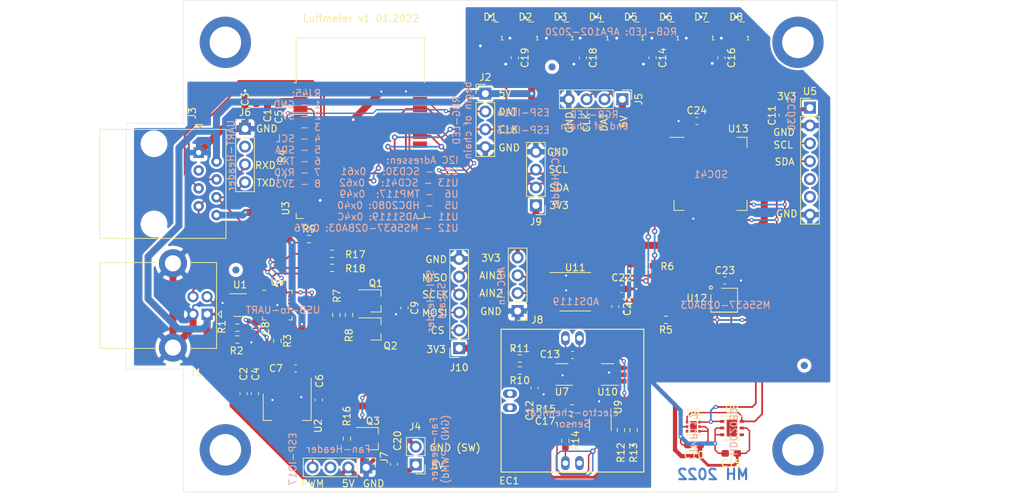
<source format=kicad_pcb>
(kicad_pcb (version 20211014) (generator pcbnew)
  (layers (0 "F.Cu" signal) (31 "B.Cu" signal) (34 "B.Paste" user) (35 "F.Paste" user) (36 "B.SilkS" user "B.Silkscreen") (37 "F.SilkS" user "F.Silkscreen") (38 "B.Mask" user) (39 "F.Mask" user) (44 "Edge.Cuts" user))
  (net 0 "")
  (net 1 "GND")
  (net 2 "+3V3")
  (net 3 "+5V")
  (net 4 "/EN")
  (net 5 "Net-(C13-Pad2)")
  (net 6 "Net-(C13-Pad1)")
  (net 7 "Net-(C17-Pad2)")
  (net 8 "Net-(C17-Pad1)")
  (net 9 "/RGB_DI")
  (net 10 "/RGB_Clk")
  (net 11 "Net-(D1-Pad3)")
  (net 12 "Net-(D1-Pad2)")
  (net 13 "Net-(D2-Pad3)")
  (net 14 "Net-(D2-Pad2)")
  (net 15 "Net-(D3-Pad3)")
  (net 16 "Net-(D3-Pad2)")
  (net 17 "Net-(D4-Pad3)")
  (net 18 "Net-(D4-Pad2)")
  (net 19 "Net-(D5-Pad3)")
  (net 20 "Net-(D5-Pad2)")
  (net 21 "Net-(D6-Pad3)")
  (net 22 "Net-(D6-Pad2)")
  (net 23 "Net-(D7-Pad3)")
  (net 24 "Net-(D7-Pad2)")
  (net 25 "Net-(D8-Pad3)")
  (net 26 "Net-(D8-Pad2)")
  (net 27 "Net-(EC1-Pad1)")
  (net 28 "Net-(J1-Pad3)")
  (net 29 "Net-(J1-Pad2)")
  (net 30 "/SDA")
  (net 31 "/SCL")
  (net 33 "Net-(J4-Pad2)")
  (net 34 "/RTS")
  (net 35 "Net-(Q1-Pad1)")
  (net 36 "/IO0")
  (net 37 "/DTR")
  (net 38 "Net-(Q2-Pad1)")
  (net 39 "/Fan")
  (net 40 "Net-(R1-Pad1)")
  (net 41 "Net-(R3-Pad1)")
  (net 42 "Net-(R4-Pad2)")
  (net 43 "Net-(R10-Pad1)")
  (net 44 "Net-(R12-Pad2)")
  (net 45 "Net-(U1-Pad6)")
  (net 46 "Net-(U1-Pad4)")
  (net 47 "/TXD0")
  (net 48 "/RXD0")
  (net 51 "/CS")
  (net 52 "/MOSI")
  (net 53 "/SCLK")
  (net 54 "/MISO")
  (net 75 "/TXD")
  (net 76 "/RXD")
  (net 77 "/CTS")
  (net 92 "/Guard")
  (net 98 "Net-(J8-Pad2)")
  (net 99 "Net-(J8-Pad3)")
  (footprint "Capacitor_SMD:C_0603_1608Metric_Pad1.08x0.95mm_HandSolder" (layer "F.Cu") (at 56 57.8 90)
    (property "Reference" "C1")
    (property "Value" "10u")
    (fp_text reference "C1")
    (fp_text value "10u")
  )
  (footprint "Capacitor_SMD:C_0603_1608Metric_Pad1.08x0.95mm_HandSolder" (layer "F.Cu") (at 52.6 100 -90)
    (property "Reference" "C2")
    (property "Value" "10u")
    (fp_text reference "C2")
    (fp_text value "10u")
  )
  (footprint "Capacitor_SMD:C_0603_1608Metric_Pad1.08x0.95mm_HandSolder" (layer "F.Cu") (at 54.4 57.8 90)
    (property "Reference" "C3")
    (property "Value" "100n")
    (fp_text reference "C3")
    (fp_text value "100n")
  )
  (footprint "Capacitor_SMD:C_0603_1608Metric_Pad1.08x0.95mm_HandSolder" (layer "F.Cu") (at 54.2 100 -90)
    (property "Reference" "C4")
    (property "Value" "100n")
    (fp_text reference "C4")
    (fp_text value "100n")
  )
  (footprint "Capacitor_SMD:C_0603_1608Metric_Pad1.08x0.95mm_HandSolder" (layer "F.Cu") (at 57.6 57.8 90)
    (property "Reference" "C5")
    (property "Value" "100n")
    (fp_text reference "C5")
    (fp_text value "100n")
  )
  (footprint "Capacitor_SMD:C_0603_1608Metric_Pad1.08x0.95mm_HandSolder" (layer "F.Cu") (at 63.3 100.9 90)
    (property "Reference" "C6")
    (property "Value" "10u")
    (fp_text reference "C6")
    (fp_text value "10u")
  )
  (footprint "Capacitor_SMD:C_0603_1608Metric_Pad1.08x0.95mm_HandSolder" (layer "F.Cu") (at 60 96.4)
    (property "Reference" "C7")
    (property "Value" "100n")
    (fp_text reference "C7")
    (fp_text value "100n")
  )
  (footprint "Capacitor_SMD:C_0603_1608Metric_Pad1.08x0.95mm_HandSolder" (layer "F.Cu") (at 54.3 90.7 -90)
    (property "Reference" "C8")
    (property "Value" "100n")
    (fp_text reference "C8")
    (fp_text value "100n")
  )
  (footprint "Capacitor_SMD:C_0603_1608Metric_Pad1.08x0.95mm_HandSolder" (layer "F.Cu") (at 75.5 87.8 -90)
    (property "Reference" "C9")
    (property "Value" "100n")
    (fp_text reference "C9")
    (fp_text value "100n")
  )
  (footprint "Capacitor_SMD:C_0603_1608Metric_Pad1.08x0.95mm_HandSolder" (layer "F.Cu") (at 116.7 107.3 180)
    (property "Reference" "C10")
    (property "Value" "100n")
    (fp_text reference "C10")
    (fp_text value "100n")
  )
  (footprint "Capacitor_SMD:C_0603_1608Metric_Pad1.08x0.95mm_HandSolder" (layer "F.Cu") (at 129.3 60.4 -90)
    (property "Reference" "C11")
    (property "Value" "100n")
    (fp_text reference "C11")
    (fp_text value "100n")
  )
  (footprint "Capacitor_SMD:C_0603_1608Metric_Pad1.08x0.95mm_HandSolder" (layer "F.Cu") (at 94 99.2 -90)
    (property "Reference" "C12")
    (property "Value" "100n")
    (fp_text reference "C12")
    (fp_text value "100n")
  )
  (footprint "Capacitor_SMD:C_0603_1608Metric_Pad1.08x0.95mm_HandSolder" (layer "F.Cu") (at 99.4 94.5)
    (property "Reference" "C13")
    (property "Value" "100n")
    (fp_text reference "C13")
    (fp_text value "100n")
  )
  (footprint "Capacitor_SMD:C_0603_1608Metric_Pad1.08x0.95mm_HandSolder" (layer "F.Cu") (at 110.8 52.2 -90)
    (property "Reference" "C14")
    (property "Value" "100n")
    (fp_text reference "C14")
    (fp_text value "100n")
  )
  (footprint "Capacitor_SMD:C_0603_1608Metric_Pad1.08x0.95mm_HandSolder" (layer "F.Cu") (at 122 108.5 180)
    (property "Reference" "C15")
    (property "Value" "100n")
    (fp_text reference "C15")
    (fp_text value "100n")
  )
  (footprint "Capacitor_SMD:C_0603_1608Metric_Pad1.08x0.95mm_HandSolder" (layer "F.Cu") (at 120.6 52.2 -90)
    (property "Reference" "C16")
    (property "Value" "100n")
    (fp_text reference "C16")
    (fp_text value "100n")
  )
  (footprint "Capacitor_SMD:C_0603_1608Metric_Pad1.08x0.95mm_HandSolder" (layer "F.Cu") (at 99.3 103.8)
    (property "Reference" "C17")
    (property "Value" "100n")
    (fp_text reference "C17")
    (fp_text value "100n")
  )
  (footprint "Capacitor_SMD:C_0603_1608Metric_Pad1.08x0.95mm_HandSolder" (layer "F.Cu") (at 100.9 52.2 -90)
    (property "Reference" "C18")
    (property "Value" "100n")
    (fp_text reference "C18")
    (fp_text value "100n")
  )
  (footprint "Capacitor_SMD:C_0603_1608Metric_Pad1.08x0.95mm_HandSolder" (layer "F.Cu") (at 91.2 52.2 -90)
    (property "Reference" "C19")
    (property "Value" "100n")
    (fp_text reference "C19")
    (fp_text value "100n")
  )
  (footprint "Capacitor_SMD:C_0603_1608Metric_Pad1.08x0.95mm_HandSolder" (layer "F.Cu") (at 74 110.0375 90)
    (property "Reference" "C20")
    (property "Value" "100n")
    (fp_text reference "C20")
    (fp_text value "100n")
  )
  (footprint "Capacitor_SMD:C_0603_1608Metric_Pad1.08x0.95mm_HandSolder" (layer "F.Cu") (at 105.5 87.6 -90)
    (property "Reference" "C21")
    (property "Value" "1u")
    (fp_text reference "C21")
    (fp_text value "1u")
  )
  (footprint "Capacitor_SMD:C_0603_1608Metric_Pad1.08x0.95mm_HandSolder" (layer "F.Cu") (at 106.4 85.1)
    (property "Reference" "C22")
    (property "Value" "100n")
    (fp_text reference "C22")
    (fp_text value "100n")
  )
  (footprint "LED_SMD:LED-APA102-2020" (layer "F.Cu") (at 87.7 48.5 180)
    (property "Reference" "D1")
    (property "Value" "APA102-2020")
    (fp_text reference "D1")
    (fp_text value "APA102-2020")
  )
  (footprint "LED_SMD:LED-APA102-2020" (layer "F.Cu") (at 92.7 48.5 180)
    (property "Reference" "D2")
    (property "Value" "APA102-2020")
    (fp_text reference "D2")
    (fp_text value "APA102-2020")
  )
  (footprint "LED_SMD:LED-APA102-2020" (layer "F.Cu") (at 97.7 48.5 180)
    (property "Reference" "D3")
    (property "Value" "APA102-2020")
    (fp_text reference "D3")
    (fp_text value "APA102-2020")
  )
  (footprint "LED_SMD:LED-APA102-2020" (layer "F.Cu") (at 102.7 48.5 180)
    (property "Reference" "D4")
    (property "Value" "APA102-2020")
    (fp_text reference "D4")
    (fp_text value "APA102-2020")
  )
  (footprint "LED_SMD:LED-APA102-2020" (layer "F.Cu") (at 107.7 48.5 180)
    (property "Reference" "D5")
    (property "Value" "APA102-2020")
    (fp_text reference "D5")
    (fp_text value "APA102-2020")
  )
  (footprint "LED_SMD:LED-APA102-2020" (layer "F.Cu") (at 112.7 48.5 180)
    (property "Reference" "D6")
    (property "Value" "APA102-2020")
    (fp_text reference "D6")
    (fp_text value "APA102-2020")
  )
  (footprint "LED_SMD:LED-APA102-2020" (layer "F.Cu") (at 117.7 48.5 180)
    (property "Reference" "D7")
    (property "Value" "APA102-2020")
    (fp_text reference "D7")
    (fp_text value "APA102-2020")
  )
  (footprint "LED_SMD:LED-APA102-2020" (layer "F.Cu") (at 122.7 48.5 180)
    (property "Reference" "D8")
    (property "Value" "APA102-2020")
    (fp_text reference "D8")
    (fp_text value "APA102-2020")
  )
  (footprint "Connector_USB:USB_B_Lumberg_2411_02_Horizontal" (layer "F.Cu") (at 47.4 88.7 180)
    (property "Reference" "J1")
    (property "Value" "USB_B")
    (fp_text reference "J1")
    (fp_text value "USB_B")
  )
  (footprint "Connector_PinHeader_2.54mm:PinHeader_1x04_P2.54mm_Vertical" (layer "F.Cu") (at 87 57.3)
    (property "Reference" "J2")
    (property "Value" "Conn_01x04")
    (fp_text reference "J2")
    (fp_text value "Conn_01x04")
  )
  (footprint "Connector_RJ:RJ45_Amphenol_54602-x08_Horizontal" (layer "F.Cu") (at 46.2 65.7 -90)
    (property "Reference" "J3")
    (property "Value" "RJ45")
    (fp_text reference "J3")
    (fp_text value "RJ45")
  )
  (footprint "Connector_PinHeader_2.54mm:PinHeader_1x02_P2.54mm_Vertical" (layer "F.Cu") (at 77.1 110.1 180)
    (property "Reference" "J4")
    (property "Value" "Conn_01x02")
    (fp_text reference "J4")
    (fp_text value "Conn_01x02")
  )
  (footprint "Connector_PinHeader_2.54mm:PinHeader_1x04_P2.54mm_Vertical" (layer "F.Cu") (at 106.5 58.1 -90)
    (property "Reference" "J5")
    (property "Value" "Conn_01x04")
    (fp_text reference "J5")
    (fp_text value "Conn_01x04")
  )
  (footprint "Package_TO_SOT_SMD:SOT-23_Handsoldering" (layer "F.Cu") (at 71.4 86.8)
    (property "Reference" "Q1")
    (property "Value" "BC848")
    (fp_text reference "Q1")
    (fp_text value "BC848")
  )
  (footprint "Package_TO_SOT_SMD:SOT-23_Handsoldering" (layer "F.Cu") (at 71.4 90.8)
    (property "Reference" "Q2")
    (property "Value" "BC848")
    (fp_text reference "Q2")
    (fp_text value "BC848")
  )
  (footprint "Package_TO_SOT_SMD:SOT-23_Handsoldering" (layer "F.Cu") (at 71 106.4)
    (property "Reference" "Q3")
    (property "Value" "DMN63D8L-13")
    (fp_text reference "Q3")
    (fp_text value "DMN63D8L-13")
  )
  (footprint "Resistor_SMD:R_0603_1608Metric_Pad0.98x0.95mm_HandSolder" (layer "F.Cu") (at 51.7 90.6 180)
    (property "Reference" "R1")
    (property "Value" "22k")
    (fp_text reference "R1")
    (fp_text value "22k")
  )
  (footprint "Resistor_SMD:R_0603_1608Metric_Pad0.98x0.95mm_HandSolder" (layer "F.Cu") (at 51.7 92.3)
    (property "Reference" "R2")
    (property "Value" "47k")
    (fp_text reference "R2")
    (fp_text value "47k")
  )
  (footprint "Resistor_SMD:R_0603_1608Metric_Pad0.98x0.95mm_HandSolder" (layer "F.Cu") (at 57.4 92.5 -90)
    (property "Reference" "R3")
    (property "Value" "1k")
    (fp_text reference "R3")
    (fp_text value "1k")
  )
  (footprint "Resistor_SMD:R_0603_1608Metric_Pad0.98x0.95mm_HandSolder" (layer "F.Cu") (at 58 69.1 -90)
    (property "Reference" "R4")
    (property "Value" "22k")
    (fp_text reference "R4")
    (fp_text value "22k")
  )
  (footprint "Resistor_SMD:R_0603_1608Metric_Pad0.98x0.95mm_HandSolder" (layer "F.Cu") (at 112.7 89.5 180)
    (property "Reference" "R5")
    (property "Value" "1k")
    (fp_text reference "R5")
    (fp_text value "1k")
  )
  (footprint "Resistor_SMD:R_0603_1608Metric_Pad0.98x0.95mm_HandSolder" (layer "F.Cu") (at 110 81.8 180)
    (property "Reference" "R6")
    (property "Value" "1k")
    (fp_text reference "R6")
    (fp_text value "1k")
  )
  (footprint "Resistor_SMD:R_0603_1608Metric_Pad0.98x0.95mm_HandSolder" (layer "F.Cu") (at 65.8 88.8 -90)
    (property "Reference" "R7")
    (property "Value" "22k")
    (fp_text reference "R7")
    (fp_text value "22k")
  )
  (footprint "Resistor_SMD:R_0603_1608Metric_Pad0.98x0.95mm_HandSolder" (layer "F.Cu") (at 67.6 88.8 90)
    (property "Reference" "R8")
    (property "Value" "22k")
    (fp_text reference "R8")
    (fp_text value "22k")
  )
  (footprint "Resistor_SMD:R_0603_1608Metric_Pad0.98x0.95mm_HandSolder" (layer "F.Cu") (at 61.9 78)
    (property "Reference" "R9")
    (property "Value" "22k")
    (fp_text reference "R9")
    (fp_text value "22k")
  )
  (footprint "Resistor_SMD:R_0603_1608Metric_Pad0.98x0.95mm_HandSolder" (layer "F.Cu") (at 91.9 96.7 180)
    (property "Reference" "R10")
    (property "Value" "1k")
    (fp_text reference "R10")
    (fp_text value "1k")
  )
  (footprint "Resistor_SMD:R_0603_1608Metric_Pad0.98x0.95mm_HandSolder" (layer "F.Cu") (at 91.9 95)
    (property "Reference" "R11")
    (property "Value" "10M")
    (fp_text reference "R11")
    (fp_text value "10M")
  )
  (footprint "Resistor_SMD:R_0603_1608Metric_Pad0.98x0.95mm_HandSolder" (layer "F.Cu") (at 106.3 105.2 90)
    (property "Reference" "R12")
    (property "Value" "680k")
    (fp_text reference "R12")
    (fp_text value "680k")
  )
  (footprint "Resistor_SMD:R_0603_1608Metric_Pad0.98x0.95mm_HandSolder" (layer "F.Cu") (at 108.1 105.2 -90)
    (property "Reference" "R13")
    (property "Value" "10M")
    (fp_text reference "R13")
    (fp_text value "10M")
  )
  (footprint "Resistor_SMD:R_0603_1608Metric_Pad0.98x0.95mm_HandSolder" (layer "F.Cu") (at 98.4 106.7 -90)
    (property "Reference" "R14")
    (property "Value" "150")
    (fp_text reference "R14")
    (fp_text value "150")
  )
  (footprint "Resistor_SMD:R_0603_1608Metric_Pad0.98x0.95mm_HandSolder" (layer "F.Cu") (at 99.3 102.1 180)
    (property "Reference" "R15")
    (property "Value" "10M")
    (fp_text reference "R15")
    (fp_text value "10M")
  )
  (footprint "Resistor_SMD:R_0603_1608Metric_Pad0.98x0.95mm_HandSolder" (layer "F.Cu") (at 67.3 106.4 -90)
    (property "Reference" "R16")
    (property "Value" "22k")
    (fp_text reference "R16")
    (fp_text value "22k")
  )
  (footprint "Package_TO_SOT_SMD:SOT-23-6" (layer "F.Cu") (at 52.1 87.4)
    (property "Reference" "U1")
    (property "Value" "WE-TVS-82400102")
    (fp_text reference "U1")
    (fp_text value "WE-TVS-82400102")
  )
  (footprint "Package_TO_SOT_SMD:SOT-223-3_TabPin2" (layer "F.Cu") (at 58.8 101.9 -90)
    (property "Reference" "U2")
    (property "Value" "AMS1117-3.3")
    (fp_text reference "U2")
    (fp_text value "AMS1117-3.3")
  )
  (footprint "RF_Module:ESP32-WROOM-32" (layer "F.Cu") (at 69.2 65.2)
    (property "Reference" "U3")
    (property "Value" "ESP32-WROOM-32")
    (fp_text reference "U3")
    (fp_text value "ESP32-WROOM-32")
  )
  (footprint "Package_DFN_QFN:QFN-24-1EP_4x4mm_P0.5mm_EP2.6x2.6mm" (layer "F.Cu") (at 57.4 87.4)
    (property "Reference" "U4")
    (property "Value" "CP2102N-A01-GQFN24")
    (fp_text reference "U4")
    (fp_text value "CP2102N-A01-GQFN24")
  )
  (footprint "Package_SON:WSON-6-1EP_2x2mm_P0.65mm_EP1x1.6mm" (layer "F.Cu") (at 116.6 104.7)
    (property "Reference" "U6")
    (property "Value" "TMP117")
    (fp_text reference "U6")
    (fp_text value "TMP117")
  )
  (footprint "Package_TO_SOT_SMD:TSOT-23-5_HandSoldering" (layer "F.Cu") (at 97.9 97.3 180)
    (property "Reference" "U7")
    (property "Value" "LPV521")
    (fp_text reference "U7")
    (fp_text value "LPV521")
  )
  (footprint "Package_SON:Texas_PWSON-N6" (layer "F.Cu") (at 122.1 104.9)
    (property "Reference" "U8")
    (property "Value" "HDC2080")
    (fp_text reference "U8")
    (fp_text value "HDC2080")
  )
  (footprint "Package_TO_SOT_SMD:TSOT-23-5_HandSoldering" (layer "F.Cu") (at 103.4 104.4 -90)
    (property "Reference" "U9")
    (property "Value" "LPV521")
    (fp_text reference "U9")
    (fp_text value "LPV521")
  )
  (footprint "Package_TO_SOT_SMD:TSOT-23-5_HandSoldering" (layer "F.Cu") (at 104.4 97.3 180)
    (property "Reference" "U10")
    (property "Value" "LPV521")
    (fp_text reference "U10")
    (fp_text value "LPV521")
  )
  (footprint "Package_SO:TSSOP-16_4.4x5mm_P0.65mm" (layer "F.Cu") (at 99.8 85.5)
    (property "Reference" "U11")
    (property "Value" "ADS1119")
    (fp_text reference "U11")
    (fp_text value "ADS1119")
  )
  (footprint "sensirion:SCD30_header" (layer "F.Cu") (at 133.2 59.3)
    (property "Reference" "U5")
    (property "Value" "SCD30")
    (fp_text reference "U5")
    (fp_text value "SCD30")
  )
  (footprint "Capacitor_SMD:C_0603_1608Metric_Pad1.08x0.95mm_HandSolder" (layer "F.Cu") (at 121.1 83.9)
    (property "Reference" "C23")
    (property "Value" "100n")
    (fp_text reference "C23")
    (fp_text value "100n")
  )
  (footprint "Connector_PinHeader_2.54mm:PinHeader_1x04_P2.54mm_Vertical" (layer "F.Cu") (at 52.8 62.3)
    (property "Reference" "J6")
    (property "Value" "Conn_01x04")
    (fp_text reference "J6")
    (fp_text value "Conn_01x04")
  )
  (footprint "Connector_PinHeader_2.54mm:PinHeader_1x04_P2.54mm_Vertical" (layer "F.Cu") (at 70.04 110.5 -90)
    (property "Reference" "J7")
    (property "Value" "Conn_01x04")
    (fp_text reference "J7")
    (fp_text value "Conn_01x04")
  )
  (footprint "TE_baro_sens:TE_Baro_pres4" (layer "F.Cu") (at 121 86.7)
    (property "Reference" "U12")
    (property "Value" "MS563702BA03-50")
    (fp_text reference "U12")
    (fp_text value "MS563702BA03-50")
  )
  (footprint "slots:slot_1mm" (layer "F.Cu") (at 112.2 106.6 90)
    (fp_text reference "REF**" hide)
    (fp_text value "slot_1mm" hide)
  )
  (footprint "slots:slot_1mm" (layer "F.Cu") (at 119.7 100)
    (fp_text reference "REF**" hide)
    (fp_text value "slot_1mm" hide)
  )
  (footprint "Resistor_SMD:R_0603_1608Metric_Pad0.98x0.95mm_HandSolder" (layer "F.Cu") (at 65.2 80.1)
    (property "Reference" "R17")
    (property "Value" "1k")
    (fp_text reference "R17")
    (fp_text value "1k")
  )
  (footprint "Resistor_SMD:R_0603_1608Metric_Pad0.98x0.95mm_HandSolder" (layer "F.Cu") (at 65.2 82.1)
    (property "Reference" "R18")
    (property "Value" "1k")
    (fp_text reference "R18")
    (fp_text value "1k")
  )
  (footprint "spec_sensors:SPEC_sensor_THT" (layer "F.Cu") (at 99.4 101)
    (property "Reference" "EC1")
    (property "Value" "NO2_element")
    (fp_text reference "EC1")
    (fp_text value "NO2_element")
  )
  (footprint "Fiducial:Fiducial_1mm_Mask2mm" (layer "F.Cu") (at 51.5 82.4)
    (property "Reference" "FID1")
    (property "Value" "Fiducial")
    (fp_text reference "FID1" hide)
    (fp_text value "Fiducial")
  )
  (footprint "Fiducial:Fiducial_1mm_Mask2mm" (layer "F.Cu") (at 132.4 96)
    (property "Reference" "FID3")
    (property "Value" "Fiducial")
    (fp_text reference "FID3" hide)
    (fp_text value "Fiducial")
  )
  (footprint "Fiducial:Fiducial_1mm_Mask2mm" (layer "F.Cu") (at 96.5 53.5)
    (property "Reference" "FID5")
    (property "Value" "Fiducial")
    (fp_text reference "FID5" hide)
    (fp_text value "Fiducial")
  )
  (footprint "Connector_PinHeader_2.54mm:PinHeader_1x04_P2.54mm_Vertical" (layer "F.Cu") (at 94.2 73.2 180)
    (property "Reference" "J9")
    (property "Value" "Conn_01x04")
    (fp_text reference "J9")
    (fp_text value "Conn_01x04")
  )
  (footprint "Capacitor_SMD:C_0603_1608Metric_Pad1.08x0.95mm_HandSolder" (layer "F.Cu") (at 117.1 61.2 180)
    (property "Reference" "C24")
    (property "Value" "100n")
    (fp_text reference "C24")
    (fp_text value "100n")
  )
  (footprint "sensirion:QFN-20_EP_10.1x10.1_Pitch1.25mm" (layer "F.Cu") (at 119.05 68.72)
    (property "Reference" "U13")
    (property "Value" "SCD4x")
    (fp_text reference "U13")
    (fp_text value "SCD4x")
  )
  (footprint "Connector_PinHeader_2.54mm:PinHeader_1x04_P2.54mm_Vertical" (layer "F.Cu") (at 91.6 88.24 180)
    (property "Reference" "J8")
    (property "Value" "Conn_01x04")
    (fp_text reference "J8")
    (fp_text value "Conn_01x04")
  )
  (footprint "Connector_PinSocket_2.54mm:PinSocket_1x06_P2.54mm_Vertical" (layer "F.Cu") (at 83.275 93.525 180)
    (fp_text reference "J10")
    (fp_text value "Conn_01x06")
  )
  (footprint "Fiducial:Fiducial_1mm_Mask2mm" (layer "B.Cu") (at 132.4 96)
    (property "Reference" "FID2")
    (property "Value" "Fiducial")
    (fp_text reference "FID2" hide)
    (fp_text value "Fiducial")
  )
  (footprint "Fiducial:Fiducial_1mm_Mask2mm" (layer "B.Cu") (at 51.5 82.4)
    (property "Reference" "FID4")
    (property "Value" "Fiducial")
    (fp_text reference "FID4" hide)
    (fp_text value "Fiducial")
  )
  (footprint "Fiducial:Fiducial_1mm_Mask2mm" (layer "B.Cu") (at 96.5 53.5)
    (property "Reference" "FID6")
    (property "Value" "Fiducial")
    (fp_text reference "FID6" hide)
    (fp_text value "Fiducial")
  )
  (gr_line (start 137 44) (end 44 44) (layer "Edge.Cuts") (width 0.05))
  (gr_line (start 44 44) (end 44 61.5) (layer "Edge.Cuts") (width 0.05))
  (gr_line (start 44 96.5) (end 44 114) (layer "Edge.Cuts") (width 0.05))
  (gr_line (start 35.9 61.5) (end 44 61.5) (layer "Edge.Cuts") (width 0.05))
  (gr_line (start 44 114) (end 137 114) (layer "Edge.Cuts") (width 0.05))
  (gr_line (start 35.9 96.5) (end 44 96.5) (layer "Edge.Cuts") (width 0.05))
  (gr_line (start 137 114) (end 137 44) (layer "Edge.Cuts") (width 0.05))
  (gr_line (start 35.9 61.5) (end 35.9 96.5) (layer "Edge.Cuts") (width 0.05))
  (gr_text "MH 2022" (at 119.4 111.5) (layer "B.Cu") (effects (font (size 1.5 1.5) (thickness 0.3)) (justify mirror)))
  (gr_text "electro-chemical\nSensor" (at 99.4 103.5) (layer "B.SilkS") (effects (font (size 1 1)) (justify mirror)))
  (gr_text "ADS1119" (at 99.9 86.9) (layer "B.SilkS") (effects (font (size 1 1)) (justify mirror)))
  (gr_text "USB-to-UART" (at 58.2 88.1) (layer "B.SilkS") (effects (font (size 1 1)) (justify mirror)))
  (gr_text "ESP-IO14" (at 92.4 60) (layer "B.SilkS") (effects (font (size 1 1)) (justify mirror)))
  (gr_text "MS5637-02BA03" (at 121.2 87.4) (layer "B.SilkS") (effects (font (size 1 1)) (justify mirror)))
  (gr_text "ADC-in" (at 89.3 84.7 90) (layer "B.SilkS") (effects (font (size 1 1)) (justify mirror)))
  (gr_text "ESP-IO13" (at 92.4 62.5) (layer "B.SilkS") (effects (font (size 1 1)) (justify mirror)))
  (gr_text "Fan-Header\n(GND-PWMd)" (at 80.5 107.9 90) (layer "B.SilkS") (effects (font (size 1 1)) (justify mirror)))
  (gr_text "ESP-IO17" (at 59.6 109.3 90) (layer "B.SilkS") (effects (font (size 1 1)) (justify mirror)))
  (gr_text "I2C Adressen:\nU5  - SCD30:   0x61\nU13 - SCD41:   0x62\nU6  - TMP117:  0x49\nU5  - HDC2080: 0x40\nU11 - ADS1119: 0x4C\nU12 - MS5637-02BA03: 0x76\n" (at 83.3 71.6) (layer "B.SilkS") (effects (font (size 1 1)) (justify left mirror)))
  (gr_text "Fan-Header" (at 66.1 107.9) (layer "B.SilkS") (effects (font (size 1 1)) (justify mirror)))
  (gr_text "I2C-Header" (at 97 69.4 90) (layer "B.SilkS") (effects (font (size 1 1)) (justify mirror)))
  (gr_text "SPI-Header\nSDcard" (at 80 86.8 90) (layer "B.SilkS") (effects (font (size 1 1)) (justify mirror)))
  (gr_text "TMP117" (at 116.6 105.6 270) (layer "B.SilkS") (effects (font (size 1 1)) (justify mirror)))
  (gr_text "RJ45:\n1 - GND\n2 - 5V\n3 -\n4 - SCL\n5 - SDA\n6 - TXD\n7 - RXD\n8 - 3V3" (at 63.7 63.7) (layer "B.SilkS") (effects (font (size 1 1)) (justify left mirror)))
  (gr_text "UART-Header" (at 50.8 66.1 90) (layer "B.SilkS") (effects (font (size 1 1)) (justify mirror)))
  (gr_text "SDC41" (at 119.1 68.8) (layer "B.SilkS") (effects (font (size 1 1)) (justify mirror)))
  (gr_text "RBG-LED\nbegin of chain" (at 83.7 61.1 90) (layer "B.SilkS") (effects (font (size 1 1)) (justify mirror)))
  (gr_text "RGB-LED: APA102-2020" (at 104.9 48.5) (layer "B.SilkS") (effects (font (size 1 1)) (justify mirror)))
  (gr_text "RGB-LED\nend of chain" (at 102.5 61.1) (layer "B.SilkS") (effects (font (size 1 1)) (justify mirror)))
  (gr_text "SCD30" (at 130.6 60.2 90) (layer "B.SilkS") (effects (font (size 1 1)) (justify mirror)))
  (gr_text "HDC2080" (at 122.3 105.4 270) (layer "B.SilkS") (effects (font (size 1 1)) (justify mirror)))
  (gr_text "5V" (at 67.5 112.8) (layer "F.SilkS") (effects (font (size 1 1))))
  (gr_text "GND (SW)" (at 82.7 107.7) (layer "F.SilkS") (effects (font (size 1 1))))
  (gr_text "3V3" (at 80 93.7) (layer "F.SilkS") (effects (font (size 1 1))))
  (gr_text "Luftmeter v1 01.2022" (at 69.3 46.6) (layer "F.SilkS") (effects (font (size 1 1))))
  (gr_text "SCL" (at 97.4 68.1) (layer "F.SilkS") (effects (font (size 1 1))))
  (gr_text "SCL" (at 129.4 64.6) (layer "F.SilkS") (effects (font (size 1 1))))
  (gr_text "3V3" (at 87.8 80.7) (layer "F.SilkS") (effects (font (size 1 1))))
  (gr_text "SDA" (at 129.6 67) (layer "F.SilkS") (effects (font (size 1 1))))
  (gr_text "GND" (at 99 61.4 90) (layer "F.SilkS") (effects (font (size 1 1))))
  (gr_text "AIN3" (at 87.8 83.2) (layer "F.SilkS") (effects (font (size 1 1))))
  (gr_text "GND" (at 55.9 62.3) (layer "F.SilkS") (effects (font (size 1 1))))
  (gr_text "MOSI" (at 79.8 88.5) (layer "F.SilkS") (effects (font (size 1 1))))
  (gr_text "3V3" (at 97.5 73.2) (layer "F.SilkS") (effects (font (size 1 1))))
  (gr_text "SCLK" (at 79.9 85.9) (layer "F.SilkS") (effects (font (size 1 1))))
  (gr_text "AIN2" (at 87.8 85.7) (layer "F.SilkS") (effects (font (size 1 1))))
  (gr_text "GND" (at 129.5 62.8) (layer "F.SilkS") (effects (font (size 1 1))))
  (gr_text "PWM" (at 62.4 112.8) (layer "F.SilkS") (effects (font (size 1 1))))
  (gr_text "MISO" (at 79.8 83.5) (layer "F.SilkS") (effects (font (size 1 1))))
  (gr_text "TXD" (at 55.8 70) (layer "F.SilkS") (effects (font (size 1 1))))
  (gr_text "DAT" (at 90.2 59.9) (layer "F.SilkS") (effects (font (size 1 1))))
  (gr_text "GND" (at 129.9 74.4) (layer "F.SilkS") (effects (font (size 1 1))))
  (gr_text "5V" (at 80.2 110.2) (layer "F.SilkS") (effects (font (size 1 1))))
  (gr_text "3V3" (at 129.9 57.7) (layer "F.SilkS") (effects (font (size 1 1))))
  (gr_text "GND" (at 97.3 65.6) (layer "F.SilkS") (effects (font (size 1 1))))
  (gr_text "GND" (at 87.8 88.3) (layer "F.SilkS") (effects (font (size 1 1))))
  (gr_text "SDA" (at 97.5 70.7) (layer "F.SilkS") (effects (font (size 1 1))))
  (gr_text "CS" (at 80.2 91) (layer "F.SilkS") (effects (font (size 1 1))))
  (gr_text "GND" (at 90.4 65) (layer "F.SilkS") (effects (font (size 1 1))))
  (gr_text "CLK" (at 101.4 61.4 90) (layer "F.SilkS") (effects (font (size 1 1))))
  (gr_text "5V" (at 106.7 61.3 90) (layer "F.SilkS") (effects (font (size 1 1))))
  (gr_text "GND" (at 80 80.9) (layer "F.SilkS") (effects (font (size 1 1))))
  (gr_text "GND" (at 71.1 112.8) (layer "F.SilkS") (effects (font (size 1 1))))
  (gr_text "DAT" (at 103.9 61.4 90) (layer "F.SilkS") (effects (font (size 1 1))))
  (gr_text "RXD" (at 55.7 67.5) (layer "F.SilkS") (effects (font (size 1 1))))
  (gr_text "5V" (at 89.8 57.3) (layer "F.SilkS") (effects (font (size 1 1))))
  (gr_text "CLK" (at 90.3 62.4) (layer "F.SilkS") (effects (font (size 1 1))))
  (via (at 50 108) (size 7.3) (drill 4.5) (layers "F.Cu" "B.Cu") (net 0))
  (via (at 131.5 50) (size 7.3) (drill 4.5) (layers "F.Cu" "B.Cu") (net 0))
  (via (at 131.5 108) (size 7.3) (drill 4.5) (layers "F.Cu" "B.Cu") (net 0))
  (via (at 50 50) (size 7.3) (drill 4.5) (layers "F.Cu" "B.Cu") (net 0))
  (segment (start 53.7 92.7) (end 54.3 92.1) (width 0.4) (layer "F.Cu") (net 1))
  (segment (start 114.8 106.1) (end 114.8 107) (width 0.2) (layer "F.Cu") (net 1))
  (segment (start 119.7 107.1) (end 119.7 108) (width 0.2) (layer "F.Cu") (net 1))
  (segment (start 115 104.7) (end 114.8 104.9) (width 0.2) (layer "F.Cu") (net 1))
  (segment (start 97.7 47.91) (end 97.7 46.4) (width 0.25) (layer "F.Cu") (net 1))
  (segment (start 111.85 49.4) (end 110.7 49.4) (width 0.25) (layer "F.Cu") (net 1))
  (segment (start 107.2625 85.1) (end 108.5 85.1) (width 0.4) (layer "F.Cu") (net 1))
  (segment (start 54.4 56.9375) (end 52.8375 56.9375) (width 0.6) (layer "F.Cu") (net 1))
  (segment (start 77.7 56.945) (end 75.755 56.945) (width 0.6) (layer "F.Cu") (net 1))
  (segment (start 61.1 99.1) (end 62.0375 100.0375) (width 1) (layer "F.Cu") (net 1))
  (segment (start 89.9375 53.0625) (end 89.9 53.1) (width 0.4) (layer "F.Cu") (net 1))
  (segment (start 108.1 106.1125) (end 108.1 107.4) (width 0.4) (layer "F.Cu") (net 1))
  (segment (start 97.975 85.825) (end 98.5 85.3) (width 0.4) (layer "F.Cu") (net 1))
  (segment (start 119.7 105.9) (end 119.7 107.1) (width 0.2) (layer "F.Cu") (net 1))
  (segment (start 75.755 56.945) (end 75.7 57) (width 0.6) (layer "F.Cu") (net 1))
  (segment (start 63.485 72.515) (end 63.5 72.5) (width 0.4) (layer "F.Cu") (net 1))
  (segment (start 52.8375 56.9375) (end 52.8 56.9) (width 0.6) (layer "F.Cu") (net 1))
  (segment (start 63.485 74.455) (end 63.485 72.515) (width 0.4) (layer "F.Cu") (net 1))
  (segment (start 116.85 49.4) (end 115.6 49.4) (width 0.25) (layer "F.Cu") (net 1))
  (segment (start 114.8 104.9) (end 114.8 106.1) (width 0.2) (layer "F.Cu") (net 1))
  (segment (start 55.4625 86.65) (end 56.65 86.65) (width 0.2) (layer "F.Cu") (net 1))
  (segment (start 86.85 49.4) (end 86.85 49.95) (width 0.25) (layer "F.Cu") (net 1))
  (segment (start 49.6 62.3) (end 46.2 65.7) (width 1) (layer "F.Cu") (net 1))
  (segment (start 116.55 75.05) (end 116.6 75.1) (width 0.6) (layer "F.Cu") (net 1))
  (segment (start 98 97.4) (end 98.1 97.3) (width 0.4) (layer "F.Cu") (net 1))
  (segment (start 100.9 53.0625) (end 99.6375 53.0625) (width 0.4) (layer "F.Cu") (net 1))
  (segment (start 60.8625 96.4) (end 60.8625 98.5125) (width 1) (layer "F.Cu") (net 1))
  (segment (start 119.9 104.9) (end 119.7 105.1) (width 0.2) (layer "F.Cu") (net 1))
  (segment (start 106.11 97.3) (end 104.9 97.3) (width 0.4) (layer "F.Cu") (net 1))
  (segment (start 45.4 88.7) (end 45.4 90.59) (width 1) (layer "F.Cu") (net 1))
  (segment (start 60.8625 98.5125) (end 61.1 98.75) (width 1) (layer "F.Cu") (net 1))
  (segment (start 91.2 53.0625) (end 89.9375 53.0625) (width 0.4) (layer "F.Cu") (net 1))
  (segment (start 98.475 83.225) (end 98.5 83.2) (width 0.25) (layer "F.Cu") (net 1))
  (segment (start 52.8 56.9) (end 52.8 62.3) (width 1) (layer "F.Cu") (net 1))
  (segment (start 42.54 93.45) (end 42.54 81.45) (width 1) (layer "F.Cu") (net 1))
  (segment (start 119.75 105.85) (end 119.7 105.9) (width 0.2) (layer "F.Cu") (net 1))
  (segment (start 112.7 47.91) (end 112.7 46.4) (width 0.25) (layer "F.Cu") (net 1))
  (segment (start 101.85 49.4) (end 100.5 49.4) (width 0.25) (layer "F.Cu") (net 1))
  (segment (start 90.9875 93.8125) (end 91 93.8) (width 0.4) (layer "F.Cu") (net 1))
  (segment (start 68.2 64.445) (end 68.2 61) (width 1) (layer "F.Cu") (net 1))
  (segment (start 102.7 47.91) (end 102.7 46.4) (width 0.25) (layer "F.Cu") (net 1))
  (segment (start 116.55 66.22) (end 117.85 67.52) (width 0.6) (layer "F.Cu") (net 1))
  (segment (start 120.7 105.85) (end 119.75 105.85) (width 0.2) (layer "F.Cu") (net 1))
  (segment (start 117.85 69.92) (end 117.85 67.52) (width 0.25) (layer "F.Cu") (net 1))
  (segment (start 105.5 88.4625) (end 106.6375 88.4625) (width 0.4) (layer "F.Cu") (net 1))
  (segment (start 106.85 49.4) (end 105.7 49.4) (width 0.25) (layer "F.Cu") (net 1))
  (segment (start 104.9 97.3) (end 104.6 97) (width 0.4) (layer "F.Cu") (net 1))
  (segment (start 52.6 100.8625) (end 54.2 100.8625) (width 1) (layer "F.Cu") (net 1))
  (segment (start 120.7 104.9) (end 119.9 104.9) (width 0.2) (layer "F.Cu") (net 1))
  (segment (start 92.7 47.91) (end 92.7 46.5) (width 0.25) (layer "F.Cu") (net 1))
  (segment (start 106.6375 88.4625) (end 106.7 88.4) (width 0.4) (layer "F.Cu") (net 1))
  (segment (start 75.5 88.6625) (end 74.3375 88.6625) (width 0.25) (layer "F.Cu") (net 1))
  (segment (start 122 83.9375) (end 121.9625 83.9) (width 0.4) (layer "F.Cu") (net 1))
  (segment (start 103.2 101.1) (end 103.4 101.3) (width 0.4) (layer "F.Cu") (net 1))
  (segment (start 54.3 92.1) (end 54.3 91.5625) (width 0.4) (layer "F.Cu") (net 1))
  (segment (start 75.7 57) (end 72.2 57) (width 1) (layer "F.Cu") (net 1))
  (segment (start 69.4625 107.3125) (end 69.5 107.35) (width 0.6) (layer "F.Cu") (net 1))
  (segment (start 114.8 107) (end 115.1 107.3) (width 0.2) (layer "F.Cu") (net 1))
  (segment (start 116.2375 61.2) (end 114.5 61.2) (width 0.6) (layer "F.Cu") (net 1))
  (segment (start 95.2625 100.0625) (end 95.3 100.1) (width 0.4) (layer "F.Cu") (net 1))
  (segment (start 116.55 73.02) (end 116.55 75.05) (width 0.6) (layer "F.Cu") (net 1))
  (segment (start 71.365 109.175) (end 70.04 110.5) (width 0.6) (layer "F.Cu") (net 1))
  (segment (start 69.5 109.96) (end 70.04 110.5) (width 0.6) (layer "F.Cu") (net 1))
  (segment (start 121.85 49.4) (end 120.6 49.4) (width 0.25) (layer "F.Cu") (net 1))
  (segment (start 56.65 86.65) (end 57.4 87.4) (width 0.2) (layer "F.Cu") (net 1))
  (segment (start 52.8 62.3) (end 49.6 62.3) (width 1) (layer "F.Cu") (net 1))
  (segment (start 129.94 61.84) (end 133.2 61.84) (width 0.6) (layer "F.Cu") (net 1))
  (segment (start 96.9375 85.825) (end 97.975 85.825) (width 0.4) (layer "F.Cu") (net 1))
  (segment (start 99.6375 53.0625) (end 99.6 53.1) (width 0.4) (layer "F.Cu") (net 1))
  (segment (start 117.85 69.92) (end 120.25 69.92) (width 0.25) (layer "F.Cu") (net 1))
  (segment (start 110.8 53.0625) (end 109.5375 53.0625) (width 0.4) (layer "F.Cu") (net 1))
  (segment (start 87.7 47.91) (end 87.7 46.3) (width 0.25) (layer "F.Cu") (net 1))
  (segment (start 107.7 47.91) (end 107.7 46.4) (width 0.25) (layer "F.Cu") (net 1))
  (segment (start 45.4 90.59) (end 42.54 93.45) (width 1) (layer "F.Cu") (net 1))
  (segment (start 60.7 56.945) (end 54.4075 56.945) (width 0.6) (layer "F.Cu") (net 1))
  (segment (start 60.8 100.5) (end 61.575 100.5) (width 1) (layer "F.Cu") (net 1))
  (segment (start 96.9375 85.175) (end 98.375 85.175) (width 0.4) (layer "F.Cu") (net 1))
  (segment (start 56.6625 100.8625) (end 56.7 100.9) (width 1) (layer "F.Cu") (net 1))
  (segment (start 117.85 67.52) (end 120.25 67.52) (width 0.25) (layer "F.Cu") (net 1))
  (segment (start 54.4075 56.945) (end 54.4 56.9375) (width 0.6) (layer "F.Cu") (net 1))
  (segment (start 50.7875 92.3) (end 50.7875 92.7875) (width 0.4) (layer "F.Cu") (net 1))
  (segment (start 109.5375 53.0625) (end 109.5 53.1) (width 0.4) (layer "F.Cu") (net 1))
  (segment (start 117.7 47.91) (end 117.7 46.4) (width 0.25) (layer "F.Cu") (net 1))
  (segment (start 119.7 105.1) (end 119.7 105.9) (width 0.2) (layer "F.Cu") (net 1))
  (segment (start 115.1 107.3) (end 115.8375 107.3) (width 0.2) (layer "F.Cu") (net 1))
  (segment (start 122 85.7) (end 122 83.9375) (width 0.4) (layer "F.Cu") (net 1))
  (segment (start 120.6 53.0625) (end 119.3625 53.0625) (width 0.4) (layer "F.Cu") (net 1))
  (segment (start 86.85 49.95) (end 86.3 50.5) (width 0.25) (layer "F.Cu") (net 1))
  (segment (start 120.2 108.5) (end 121.1375 108.5) (width 0.2) (layer "F.Cu") (net 1))
  (segment (start 116.2375 62.3375) (end 116.5 62.6) (width 0.6) (layer "F.Cu") (net 1))
  (segment (start 74.3375 88.6625) (end 74.3 88.7) (width 0.25) (layer "F.Cu") (net 1))
  (segment (start 115.7125 104.7) (end 115 104.7) (width 0.2) (layer "F.Cu") (net 1))
  (segment (start 129.3 61.2625) (end 129.3625 61.2625) (width 0.6) (layer "F.Cu") (net 1))
  (segment (start 103.4 101.3) (end 103.4 102.69) (width 0.4) (layer "F.Cu") (net 1))
  (segment (start 91.85 49.4) (end 90.5 49.4) (width 0.25) (layer "F.Cu") (net 1))
  (segment (start 62.0375 100.0375) (end 63.3 100.0375) (width 1) (layer "F.Cu") (net 1))
  (segment (start 119.7 108) (end 120.2 108.5) (width 0.2) (layer "F.Cu") (net 1))
  (segment (start 51 87.4) (end 49.9 87.4) (width 0.25) (layer "F.Cu") (net 1))
  (segment (start 69.5 107.35) (end 69.5 109.96) (width 0.6) (layer "F.Cu") (net 1))
  (segment (start 54.2 100.8625) (end 56.6625 100.8625) (width 1) (layer "F.Cu") (net 1))
  (segment (start 96.9375 83.225) (end 98.475 83.225) (width 0.25) (layer "F.Cu") (net 1))
  (segment (start 116.5 64.37) (end 116.55 64.42) (width 0.6) (layer "F.Cu") (net 1))
  (segment (start 122.7 47.91) (end 122.7 46.4) (width 0.25) (layer "F.Cu") (net 1))
  (segment (start 119.3625 53.0625) (end 119.3 53) (width 0.4) (layer "F.Cu") (net 1))
  (segment (start 90.9875 95) (end 90.9875 93.8125) (width 0.4) (layer "F.Cu") (net 1))
  (segment (start 61.1 98.75) (end 61.1 99.1) (width 1) (layer "F.Cu") (net 1))
  (segment (start 53 93.4) (end 53.7 92.7) (width 0.4) (layer "F.Cu") (net 1))
  (segment (start 94 100.0625) (end 95.2625 100.0625) (width 0.4) (layer "F.Cu") (net 1))
  (segment (start 116.55 71.22) (end 117.85 69.92) (width 0.6) (layer "F.Cu") (net 1))
  (segment (start 61.575 100.5) (end 62.0375 100.0375) (width 1) (layer "F.Cu") (net 1))
  (segment (start 72.2 57) (end 68.2 61) (width 1) (layer "F.Cu") (net 1))
  (segment (start 98.1 97.3) (end 99.61 97.3) (width 0.4) (layer "F.Cu") (net 1))
  (segment (start 129.3625 61.2625) (end 129.94 61.84) (width 0.6) (layer "F.Cu") (net 1))
  (segment (start 49.9 87.4) (end 49.6 87.1) (width 0.25) (layer "F.Cu") (net 1))
  (segment (start 116.55 73.02) (end 116.55 71.22) (width 0.6) (layer "F.Cu") (net 1))
  (segment (start 116.5 62.6) (end 116.5 64.37) (width 0.6) (layer "F.Cu") (net 1))
  (segment (start 67.3 107.3125) (end 69.4625 107.3125) (width 0.6) (layer "F.Cu") (net 1))
  (segment (start 50.7875 92.7875) (end 51.4 93.4) (width 0.4) (layer "F.Cu") (net 1))
  (segment (start 98.375 85.175) (end 98.5 85.3) (width 0.4) (layer "F.Cu") (net 1))
  (segment (start 116.55 64.42) (end 116.55 66.22) (width 0.6) (layer "F.Cu") (net 1))
  (segment (start 116.2375 61.2) (end 116.2375 62.3375) (width 0.6) (layer "F.Cu") (net 1))
  (segment (start 51.4 93.4) (end 53 93.4) (width 0.4) (layer "F.Cu") (net 1))
  (segment (start 74 109.175) (end 71.365 109.175) (width 0.6) (layer "F.Cu") (net 1))
  (segment (start 121.9625 83.9) (end 123.4 83.9) (width 0.6) (layer "F.Cu") (net 1))
  (segment (start 96.85 49.4) (end 95.7 49.4) (width 0.25) (layer "F.Cu") (net 1))
  (via (at 53.7 92.7) (size 0.6) (drill 0.3) (layers "F.Cu" "B.Cu") (net 1))
  (via (at 72.2 57) (size 0.6) (drill 0.3) (layers "F.Cu" "B.Cu") (net 1))
  (via (at 119.3 53) (size 0.8) (drill 0.4) (layers "F.Cu" "B.Cu") (net 1))
  (via (at 68.2 61) (size 0.8) (drill 0.4) (layers "F.Cu" "B.Cu") (net 1))
  (via (at 98.5 85.3) (size 0.6) (drill 0.3) (layers "F.Cu" "B.Cu") (net 1))
  (via (at 109.5 53.1) (size 0.8) (drill 0.4) (layers "F.Cu" "B.Cu") (net 1))
  (via (at 110.7 49.4) (size 0.8) (drill 0.4) (layers "F.Cu" "B.Cu") (net 1))
  (via (at 102.7 46.4) (size 0.8) (drill 0.4) (layers "F.Cu" "B.Cu") (net 1))
  (via (at 98 97.4) (size 0.6) (drill 0.3) (layers "F.Cu" "B.Cu") (net 1))
  (via (at 108.1 107.4) (size 0.6) (drill 0.3) (layers "F.Cu" "B.Cu") (net 1))
  (via (at 63.5 72.5) (size 0.8) (drill 0.4) (layers "F.Cu" "B.Cu") (net 1))
  (via (at 120.6 49.4) (size 0.8) (drill 0.4) (layers "F.Cu" "B.Cu") (net 1))
  (via (at 98.5 83.2) (size 0.6) (drill 0.3) (layers "F.Cu" "B.Cu") (net 1))
  (via (at 57.4 87.4) (size 0.6) (drill 0.3) (layers "F.Cu" "B.Cu") (net 1))
  (via (at 95.7 49.4) (size 0.8) (drill 0.4) (layers "F.Cu" "B.Cu") (net 1))
  (via (at 123.4 83.9) (size 0.6) (drill 0.3) (layers "F.Cu" "B.Cu") (net 1))
  (via (at 99.6 53.1) (size 0.8) (drill 0.4) (layers "F.Cu" "B.Cu") (net 1))
  (via (at 87.7 46.3) (size 0.8) (drill 0.4) (layers "F.Cu" "B.Cu") (net 1))
  (via (at 112.7 46.4) (size 0.8) (drill 0.4) (layers "F.Cu" "B.Cu") (net 1))
  (via (at 104.6 97) (size 0.6) (drill 0.3) (layers "F.Cu" "B.Cu") (net 1))
  (via (at 105.7 49.4) (size 0.8) (drill 0.4) (layers "F.Cu" "B.Cu") (net 1))
  (via (at 115.6 49.4) (size 0.8) (drill 0.4) (layers "F.Cu" "B.Cu") (net 1))
  (via (at 56.7 100.9) (size 0.6) (drill 0.3) (layers "F.Cu" "B.Cu") (net 1))
  (via (at 106.7 88.4) (size 0.6) (drill 0.3) (layers "F.Cu" "B.Cu") (net 1))
  (via (at 103.2 101.1) (size 0.6) (drill 0.3) (layers "F.Cu" "B.Cu") (net 1))
  (via (at 119.7 107.1) (size 0.6) (drill 0.3) (layers "F.Cu" "B.Cu") (net 1))
  (via (at 86.3 50.5) (size 0.8) (drill 0.4) (layers "F.Cu" "B.Cu") (net 1))
  (via (at 92.7 46.5) (size 0.8) (drill 0.4) (layers "F.Cu" "B.Cu") (net 1))
  (via (at 117.7 46.4) (size 0.8) (drill 0.4) (layers "F.Cu" "B.Cu") (net 1))
  (via (at 108.5 85.1) (size 0.6) (drill 0.3) (layers "F.Cu" "B.Cu") (net 1))
  (via (at 116.6 75.1) (size 0.6) (drill 0.3) (layers "F.Cu" "B.Cu") (net 1))
  (via (at 91 93.8) (size 0.6) (drill 0.3) (layers "F.Cu" "B.Cu") (net 1))
  (via (at 97.7 46.4) (size 0.8) (drill 0.4) (layers "F.Cu" "B.Cu") (net 1))
  (via (at 74.3 88.7) (size 0.6) (drill 0.3) (layers "F.Cu" "B.Cu") (net 1))
  (via (at 75.7 57) (size 0.6) (drill 0.3) (layers "F.Cu" "B.Cu") (net 1))
  (via (at 100.5 49.4) (size 0.8) (drill 0.4) (layers "F.Cu" "B.Cu") (net 1))
  (via (at 52.8 56.9) (size 0.8) (drill 0.4) (layers "F.Cu" "B.Cu") (net 1))
  (via (at 90.5 49.4) (size 0.8) (drill 0.4) (layers "F.Cu" "B.Cu") (net 1))
  (via (at 49.6 87.1) (size 0.6) (drill 0.3) (layers "F.Cu" "B.Cu") (net 1))
  (via (at 114.5 61.2) (size 0.6) (drill 0.3) (layers "F.Cu" "B.Cu") (net 1))
  (via (at 114.8 106.1) (size 0.6) (drill 0.3) (layers "F.Cu" "B.Cu") (net 1))
  (via (at 95.3 100.1) (size 0.6) (drill 0.3) (layers "F.Cu" "B.Cu") (net 1))
  (via (at 89.9 53.1) (size 0.8) (drill 0.4) (layers "F.Cu" "B.Cu") (net 1))
  (via (at 107.7 46.4) (size 0.8) (drill 0.4) (layers "F.Cu" "B.Cu") (net 1))
  (via (at 60.8 100.5) (size 0.6) (drill 0.3) (layers "F.Cu" "B.Cu") (net 1))
  (via (at 122.7 46.4) (size 0.8) (drill 0.4) (layers "F.Cu" "B.Cu") (net 1))
  (segment (start 60.4 100.9) (end 60.8 100.5) (width 1) (layer "B.Cu") (net 1))
  (segment (start 45.56863 87.4) (end 45.4 87.56863) (width 0.25) (layer "B.Cu") (net 1))
  (segment (start 56.7 100.9) (end 60.4 100.9) (width 1) (layer "B.Cu") (net 1))
  (segment (start 115.8 107.1) (end 114.8 106.1) (width 0.6) (layer "B.Cu") (net 1))
  (segment (start 49.3 87.4) (end 45.56863 87.4) (width 0.25) (layer "B.Cu") (net 1))
  (segment (start 45.4 87.56863) (end 45.4 88.7) (width 0.25) (layer "B.Cu") (net 1))
  (segment (start 49.6 87.1) (end 49.3 87.4) (width 0.25) (layer "B.Cu") (net 1))
  (segment (start 114.8 106.1) (end 114.8 102.4) (width 0.6) (layer "B.Cu") (net 1))
  (segment (start 119.7 107.1) (end 115.8 107.1) (width 0.6) (layer "B.Cu") (net 1))
  (segment (start 114.8 102.4) (end 110.3 97.9) (width 0.6) (layer "B.Cu") (net 1))
  (segment (start 107.4625 86.7375) (end 105.5 86.7375) (width 0.6) (layer "F.Cu") (net 2))
  (segment (start 58.8 105.05) (end 58.8 103.025) (width 1) (layer "F.Cu") (net 2))
  (segment (start 88.2 93.5) (end 88.2 80.5) (width 1) (layer "F.Cu") (net 2))
  (segment (start 105.5375 85.1) (end 105.5375 86.7) (width 0.4) (layer "F.Cu") (net 2))
  (segment (start 126.7 61.1) (end 126.7 60.4) (width 1) (layer "F.Cu") (net 2))
  (segment (start 122.4 110.2) (end 122.8625 109.7375) (width 0.4) (layer "F.Cu") (net 2))
  (segment (start 114 108) (end 114.9 108.9) (width 0.6) (layer "F.Cu") (net 2))
  (segment (start 126.7 60.4) (end 127.5625 59.5375) (width 1) (layer "F.Cu") (net 2))
  (segment (start 83.275 93.525) (end 88.175 93.525) (width 1) (layer "F.Cu") (net 2))
  (segment (start 98.4 99.1) (end 101.2 99.1) (width 0.4) (layer "F.Cu") (net 2))
  (segment (start 118.7 106.7) (end 118.7 105.4) (width 0.2) (layer "F.Cu") (net 2))
  (segment (start 107.4 78.9) (end 118 78.9) (width 1) (layer "F.Cu") (net 2))
  (segment (start 55.9 93.2) (end 56.1125 93.4125) (width 0.4) (layer "F.Cu") (net 2))
  (segment (start 56.0875 68.1875) (end 56 68.1) (width 0.4) (layer "F.Cu") (net 2))
  (segment (start 54.3 89.8375) (end 53.2375 89.8375) (width 0.4) (layer "F.Cu") (net 2))
  (segment (start 102.6625 85.175) (end 105.4625 85.175) (width 0.4) (layer "F.Cu") (net 2))
  (segment (start 105.5375 86.7) (end 105.5 86.7375) (width 0.4) (layer "F.Cu") (net 2))
  (segment (start 88.2 98.5) (end 84.9375 101.7625) (width 1) (layer "F.Cu") (net 2))
  (segment (start 88.3 96.7) (end 90.9875 96.7) (width 0.6) (layer "F.Cu") (net 2))
  (segment (start 120.2375 79.6375) (end 119.5 78.9) (width 0.6) (layer "F.Cu") (net 2))
  (segment (start 102.05 98.25) (end 102.69 98.25) (width 0.4) (layer "F.Cu") (net 2))
  (segment (start 117.8 78.7) (end 118 78.9) (width 0.6) (layer "F.Cu") (net 2))
  (segment (start 60.9 91.4) (end 60.9 90.1) (width 1) (layer "F.Cu") (net 2))
  (segment (start 57.4 93.4125) (end 58.8875 93.4125) (width 0.4) (layer "F.Cu") (net 2))
  (segment (start 90.9875 96.7) (end 90.9875 97.5875) (width 0.4) (layer "F.Cu") (net 2))
  (segment (start 107.5 79) (end 107.4 78.9) (width 0.6) (layer "F.Cu") (net 2))
  (segment (start 132.9625 59.5375) (end 133.2 59.3) (width 0.6) (layer "F.Cu") (net 2))
  (segment (start 118.7 105.4) (end 118.7 105.1) (width 0.2) (layer "F.Cu") (net 2))
  (segment (start 57.6 58.6625) (end 54.4 58.6625) (width 0.6) (layer "F.Cu") (net 2))
  (segment (start 126.7 75.5) (end 126.7 61.1) (width 1) (layer "F.Cu") (net 2))
  (segment (start 123.3 78.9) (end 126.7 75.5) (width 1) (layer "F.Cu") (net 2))
  (segment (start 104.07499 85.87499) (end 104.9375 86.7375) (width 0.4) (layer "F.Cu") (net 2))
  (segment (start 124.2 104.9) (end 124.6 105.3) (width 0.2) (layer "F.Cu") (net 2))
  (segment (start 117.4875 105.35) (end 118.65 105.35) (width 0.2) (layer "F.Cu") (net 2))
  (segment (start 106.2975 106.11) (end 106.3 106.1125) (width 0.4) (layer "F.Cu") (net 2))
  (segment (start 58 68.1875) (end 56.0875 68.1875) (width 0.4) (layer "F.Cu") (net 2))
  (segment (start 102.67499 85.87499) (end 104.07499 85.87499) (width 0.4) (layer "F.Cu") (net 2))
  (segment (start 107.6 81.8) (end 107.5 81.7) (width 0.4) (layer "F.Cu") (net 2))
  (segment (start 58.8 98.75) (end 58.8 100.5) (width 1) (layer "F.Cu") (net 2))
  (segment (start 124.6 105.3) (end 124.6 108) (width 0.2) (layer "F.Cu") (net 2))
  (segment (start 88.3 96.7) (end 88.2 96.8) (width 1) (layer "F.Cu") (net 2))
  (segment (start 110.1 89.5) (end 110.1 97.7) (width 0.6) (layer "F.Cu") (net 2))
  (segment (start 104.35 110.05) (end 102.5 111.9) (width 0.4) (layer "F.Cu") (net 2))
  (segment (start 55.4625 88.15) (end 54.982849 88.15) (width 0.2) (layer "F.Cu") (net 2))
  (segment (start 117.9625 62.6375) (end 117.8 62.8) (width 0.6) (layer "F.Cu") (net 2))
  (segment (start 91.65 98.25) (end 96.19 98.25) (width 0.4) (layer "F.Cu") (net 2))
  (segment (start 124.1 108.5) (end 122.8625 108.5) (width 0.2) (layer "F.Cu") (net 2))
  (segment (start 58.8875 93.4125) (end 59.1375 93.1625) (width 0.4) (layer "F.Cu") (net 2))
  (segment (start 58.8 103.025) (end 60.0625 101.7625) (width 1) (layer "F.Cu") (net 2))
  (segment (start 55.4625 89.4375) (end 55.0625 89.8375) (width 0.2) (layer "F.Cu") (net 2))
  (segment (start 59.5 78.5) (end 60.4875 78.5) (width 0.2) (layer "F.Cu") (net 2))
  (segment (start 118.7 105.1) (end 118.3 104.7) (width 0.2) (layer "F.Cu") (net 2))
  (segment (start 88.175 93.525) (end 88.2 93.5) (width 1) (layer "F.Cu") (net 2))
  (segment (start 118.7 110.2) (end 122.4 110.2) (width 0.4) (layer "F.Cu") (net 2))
  (segment (start 94.2 78.8) (end 94.1 78.9) (width 0.6) (layer "F.Cu") (net 2))
  (segment (start 110.1 89.5) (end 111.7875 89.5) (width 0.4) (layer "F.Cu") (net 2))
  (segment (start 52.86 74.21) (end 56.68 74.21) (width 1) (layer "F.Cu") (net 2))
  (segment (start 55.5625 89.3375) (end 55.4625 89.4375) (width 0.2) (layer "F.Cu") (net 2))
  (segment (start 104.35 106.11) (end 104.35 110.05) (width 0.4) (layer "F.Cu") (net 2))
  (segment (start 100.425 84.525) (end 101.075 85.175) (width 0.25) (layer "F.Cu") (net 2))
  (segment (start 56.1125 93.4125) (end 57.4 93.4125) (width 0.4) (layer "F.Cu") (net 2))
  (segment (start 110.1 89.5) (end 110.1 88.1) (width 0.6) (layer "F.Cu") (net 2))
  (segment (start 126.6 61.2) (end 126.7 61.1) (width 0.6) (layer "F.Cu") (net 2))
  (segment (start 84.9375 101.7625) (end 63.3 101.7625) (width 1) (layer "F.Cu") (net 2))
  (segment (start 56 70.9) (end 56 68.1) (width 1) (layer "F.Cu") (net 2))
  (segment (start 91.6 80.62) (end 91.6 78.9) (width 0.6) (layer "F.Cu") (net 2))
  (segment (start 105.4625 85.175) (end 105.5375 85.1) (width 0.4) (layer "F.Cu") (net 2))
  (segment (start 104.9375 86.7375) (end 105.5 86.7375) (width 0.4) (layer "F.Cu") (net 2))
  (segment (start 94.1 78.9) (end 107.4 78.9) (width 1) (layer "F.Cu") (net 2))
  (segment (start 102.6625 85.825) (end 102.6625 85.8625) (width 0.4) (layer "F.Cu") (net 2))
  (segment (start 122.8625 109.7375) (end 122.8625 108.5) (width 0.4) (layer "F.Cu") (net 2))
  (segment (start 104.35 106.11) (end 106.2975 106.11) (width 0.4) (layer "F.Cu") (net 2))
  (segment (start 118 78.9) (end 119.5 78.9) (width 1) (layer "F.Cu") (net 2))
  (segment (start 120.2375 83.9) (end 120.2375 79.6375) (width 0.6) (layer "F.Cu") (net 2))
  (segment (start 109.0875 81.8) (end 107.6 81.8) (width 0.4) (layer "F.Cu") (net 2))
  (segment (start 55.0625 89.8375) (end 54.3 89.8375) (width 0.2) (layer "F.Cu") (net 2))
  (segment (start 117.5625 107.3) (end 118.1 107.3) (width 0.2) (layer "F.Cu") (net 2))
  (segment (start 120 84.1375) (end 120.2375 83.9) (width 0.4) (layer "F.Cu") (net 2))
  (segment (start 58.8 100.5) (end 60.0625 101.7625) (width 1) (layer "F.Cu") (net 2))
  (segment (start 89.8 78.9) (end 91.6 78.9) (width 1) (layer "F.Cu") (net 2))
  (segment (start 102.6625 85.8625) (end 102.67499 85.87499) (width 0.4) (layer "F.Cu") (net 2))
  (segment (start 107.5 82.2) (end 107.5 81.7) (width 0.6) (layer "F.Cu") (net 2))
  (segment (start 88.2 96.8) (end 88.2 98.5) (width 1) (layer "F.Cu") (net 2))
  (segment (start 91.6 78.9) (end 94.1 78.9) (width 1) (layer "F.Cu") (net 2))
  (segment (start 101.075 85.175) (end 102.6625 85.175) (width 0.25) (layer "F.Cu") (net 2))
  (segment (start 117.9625 61.2) (end 126.6 61.2) (width 0.6) (layer "F.Cu") (net 2))
  (segment (start 59.1375 96.4) (end 59.1375 93.1625) (width 1) (layer "F.Cu") (net 2))
  (segment (start 88.2 80.5) (end 89.8 78.9) (width 1) (layer "F.Cu") (net 2))
  (segment (start 117.5625 109.0625) (end 118.7 110.2) (width 0.4) (layer "F.Cu") (net 2))
  (segment (start 123.5 104.9) (end 124.2 104.9) (width 0.2) (layer "F.Cu") (net 2))
  (segment (start 54.982849 88.15) (end 54.3 88.832849) (width 0.2) (layer "F.Cu") (net 2))
  (segment (start 60.7 58.215) (end 58.0475 58.215) (width 0.6) (layer "F.Cu") (net 2))
  (segment (start 117.5 108.9) (end 117.5625 108.8375) (width 0.6) (layer "F.Cu") (net 2))
  (segment (start 56.15 89.3375) (end 55.5625 89.3375) (width 0.2) (layer "F.Cu") (net 2))
  (segment (start 94.2 73.2) (end 94.2 78.8) (width 1) (layer "F.Cu") (net 2))
  (segment (start 56.68 74.21) (end 56.8 74.33) (width 1) (layer "F.Cu") (net 2))
  (segment (start 55.4625 88.65) (end 55.4625 89.4375) (width 0.2) (layer "F.Cu") (net 2))
  (segment (start 107.5 81.7) (end 107.5 79) (width 0.6) (layer "F.Cu") (net 2))
  (segment (start 119.5 78.9) (end 123.3 78.9) (width 1) (layer "F.Cu") (net 2))
  (segment (start 118.3 104.7) (end 117.4875 104.7) (width 0.2) (layer "F.Cu") (net 2))
  (segment (start 58.8 96.7375) (end 59.1375 96.4) (width 1) (layer "F.Cu") (net 2))
  (segment (start 127.5625 59.5375) (end 129.3 59.5375) (width 1) (layer "F.Cu") (net 2))
  (segment (start 55.9 92) (end 55.9 93.2) (width 0.4) (layer "F.Cu") (net 2))
  (segment (start 96.19 111.49) (end 96.19 98.25) (width 0.4) (layer "F.Cu") (net 2))
  (segment (start 117.5625 108.8375) (end 117.5625 107.3) (width 0.6) (layer "F.Cu") (net 2))
  (segment (start 120 85.7) (end 120 84.1375) (width 0.4) (layer "F.Cu") (net 2))
  (segment (start 90.9875 97.5875) (end 91.65 98.25) (width 0.4) (layer "F.Cu") (net 2))
  (segment (start 110.1 97.7) (end 114 101.6) (width 0.6) (layer "F.Cu") (net 2))
  (segment (start 101.2 99.1) (end 102.05 98.25) (width 0.4) (layer "F.Cu") (net 2))
  (segment (start 117.9625 61.2) (end 117.9625 62.6375) (width 0.6) (layer "F.Cu") (net 2))
  (segment (start 108.7375 86.7375) (end 107.4625 86.7375) (width 0.6) (layer "F.Cu") (net 2))
  (segment (start 60.0625 101.7625) (end 63.3 101.7625) (width 1) (layer "F.Cu") (net 2))
  (segment (start 117.8 62.8) (end 117.8 64.42) (width 0.6) (layer "F.Cu") (net 2))
  (segment (start 58.8 98.75) (end 58.8 96.7375) (width 1) (layer "F.Cu") (net 2))
  (segment (start 60.4875 78.5) (end 60.9875 78) (width 0.2) (layer "F.Cu") (net 2))
  (segment (start 96.19 98.25) (end 97.55 98.25) (width 0.4) (layer "F.Cu") (net 2))
  (segment (start 96.9375 84.525) (end 100.425 84.525) (width 0.25) (layer "F.Cu") (net 2))
  (segment (start 88.2 96.6) (end 88.2 93.5) (width 1) (layer "F.Cu") (net 2))
  (segment (start 97.55 98.25) (end 98.4 99.1) (width 0.4) (layer "F.Cu") (net 2))
  (segment (start 129.3 59.5375) (end 132.9625 59.5375) (width 0.6) (layer "F.Cu") (net 2))
  (segment (start 104.3525 106.1125) (end 104.35 106.11) (width 0.2) (layer "F.Cu") (net 2))
  (segment (start 96.6 111.9) (end 96.19 111.49) (width 0.4) (layer "F.Cu") (net 2))
  (segment (start 56.8 71.7) (end 56 70.9) (width 1) (layer "F.Cu") (net 2))
  (segment (start 59.5 78.5) (end 56.8 75.8) (width 1) (layer "F.Cu") (net 2))
  (segment (start 114.9 108.9) (end 117.5 108.9) (width 0.6) (layer "F.Cu") (net 2))
  (segment (start 59.1375 93.1625) (end 60.9 91.4) (width 1) (layer "F.Cu") (net 2))
  (segment (start 118.1 107.3) (end 118.7 106.7) (width 0.2) (layer "F.Cu") (net 2))
  (segment (start 124.6 108) (end 124.1 108.5) (width 0.2) (layer "F.Cu") (net 2))
  (segment (start 54.3 88.832849) (end 54.3 89.8375) (width 0.2) (layer "F.Cu") (net 2))
  (segment (start 114 101.6) (end 114 108) (width 0.6) (layer "F.Cu") (net 2))
  (segment (start 88.3 96.7) (end 88.2 96.6) (width 1) (layer "F.Cu") (net 2))
  (segment (start 102.5 111.9) (end 96.6 111.9) (width 0.4) (layer "F.Cu") (net 2))
  (segment (start 56.8 74.33) (end 56.8 71.7) (width 1) (layer "F.Cu") (net 2))
  (segment (start 56 68.1) (end 56 58.6625) (width 1) (layer "F.Cu") (net 2))
  (segment (start 118.65 105.35) (end 118.7 105.4) (width 0.2) (layer "F.Cu") (net 2))
  (segment (start 117.8 73.02) (end 117.8 78.7) (width 0.6) (layer "F.Cu") (net 2))
  (segment (start 53.2375 89.8375) (end 52.9 89.5) (width 0.4) (layer "F.Cu") (net 2))
  (segment (start 56.8 75.8) (end 56.8 74.33) (width 1) (layer "F.Cu") (net 2))
  (segment (start 58.0475 58.215) (end 57.6 58.6625) (width 0.6) (layer "F.Cu") (net 2))
  (segment (start 110.1 88.1) (end 108.7375 86.7375) (width 0.6) (layer "F.Cu") (net 2))
  (via (at 52.86 74.21) (size 0.6) (drill 0.3) (layers "F.Cu" "B.Cu") (net 2))
  (via (at 52.9 89.5) (size 0.6) (drill 0.3) (layers "F.Cu" "B.Cu") (net 2))
  (via (at 107.5 82.2) (size 0.6) (drill 0.3) (layers "F.Cu" "B.Cu") (net 2))
  (via (at 59.5 78.5) (size 0.6) (drill 0.3) (layers "F.Cu" "B.Cu") (net 2))
  (via (at 60.9 90.1) (size 0.6) (drill 0.3) (layers "F.Cu" "B.Cu") (net 2))
  (via (at 107.4625 86.7375) (size 0.6) (drill 0.3) (layers "F.Cu" "B.Cu") (net 2))
  (via (at 55.9 92) (size 0.6) (drill 0.3) (layers "F.Cu" "B.Cu") (net 2))
  (segment (start 60.9 90.1) (end 60.9 88.6) (width 1) (layer "B.Cu") (net 2))
  (segment (start 60.9 88.6) (end 59.5 87.2) (width 1) (layer "B.Cu") (net 2))
  (segment (start 52.48 74.59) (end 52.86 74.21) (width 1) (layer "B.Cu") (net 2))
  (segment (start 52.9 89.5) (end 53.4 89.5) (width 0.4) (layer "B.Cu") (net 2))
  (segment (start 107.4625 86.7375) (end 107.4625 82.2375) (width 0.6) (layer "B.Cu") (net 2))
  (segment (start 48.74 74.59) (end 52.48 74.59) (width 1) (layer "B.Cu") (net 2))
  (segment (start 59.5 87.2) (end 59.5 78.5) (width 1) (layer "B.Cu") (net 2))
  (segment (start 53.4 89.5) (end 55.9 92) (width 0.4) (layer "B.Cu") (net 2))
  (segment (start 107.4625 82.2375) (end 107.5 82.2) (width 0.6) (layer "B.Cu") (net 2))
  (segment (start 103.55 51.15) (end 103.399999 51.300001) (width 0.4) (layer "F.Cu") (net 3))
  (segment (start 123.55 49.4) (end 123.55 50.65) (width 0.4) (layer "F.Cu") (net 3))
  (segment (start 102.7 49.33) (end 103.48 49.33) (width 0.25) (layer "F.Cu") (net 3))
  (segment (start 50.7875 90.4125) (end 50.7875 90.6) (width 0.4) (layer "F.Cu") (net 3))
  (segment (start 93.55 49.4) (end 93.55 51.250002) (width 0.4) (layer "F.Cu") (net 3))
  (segment (start 52.6 99.1375) (end 54.2 99.1375) (width 1) (layer "F.Cu") (net 3))
  (segment (start 105.200001 61.799999) (end 96.199999 61.799999) (width 1) (layer "F.Cu") (net 3))
  (segment (start 67.5 110.5) (end 66 112) (width 0.6) (layer "F.Cu") (net 3))
  (segment (start 76.3 110.9) (end 77.1 110.1) (width 0.6) (layer "F.Cu") (net 3))
  (segment (start 92.7 49.33) (end 93.48 49.33) (width 0.25) (layer "F.Cu") (net 3))
  (segment (start 106.5 58.1) (end 106.5 60.5) (width 1) (layer "F.Cu") (net 3))
  (segment (start 103.399999 51.300001) (end 98.600001 51.300001) (width 0.4) (layer "F.Cu") (net 3))
  (segment (start 112.7 49.33) (end 113.48 49.33) (width 0.25) (layer "F.Cu") (net 3))
  (segment (start 53.2 87.4) (end 52.2 87.4) (width 0.4) (layer "F.Cu") (net 3))
  (segment (start 108.55 49.4) (end 108.55 51.15) (width 0.4) (layer "F.Cu") (net 3))
  (segment (start 122.7 49.33) (end 123.48 49.33) (width 0.25) (layer "F.Cu") (net 3))
  (segment (start 88.48 49.33) (end 88.55 49.4) (width 0.25) (layer "F.Cu") (net 3))
  (segment (start 103.48 49.33) (end 103.55 49.4) (width 0.25) (layer "F.Cu") (net 3))
  (segment (start 118.48 49.33) (end 118.55 49.4) (width 0.25) (layer "F.Cu") (net 3))
  (segment (start 87.7 49.33) (end 88.48 49.33) (width 0.25) (layer "F.Cu") (net 3))
  (segment (start 106.5 60.5) (end 105.200001 61.799999) (width 1) (layer "F.Cu") (net 3))
  (segment (start 49.5875 89.4) (end 50.7875 90.6) (width 0.4) (layer "F.Cu") (net 3))
  (segment (start 52.1 89.1) (end 50.7875 90.4125) (width 0.4) (layer "F.Cu") (net 3))
  (segment (start 93.48 49.33) (end 93.55 49.4) (width 0.25) (layer "F.Cu") (net 3))
  (segment (start 52.1 87.5) (end 52.1 89.1) (width 0.4) (layer "F.Cu") (net 3))
  (segment (start 74 110.9) (end 73.5 110.9) (width 0.6) (layer "F.Cu") (net 3))
  (segment (start 118.55 49.4) (end 118.55 51.05) (width 0.4) (layer "F.Cu") (net 3))
  (segment (start 48.8875 88.7) (end 49.5875 89.4) (width 0.4) (layer "F.Cu") (net 3))
  (segment (start 107.7 49.33) (end 108.48 49.33) (width 0.25) (layer "F.Cu") (net 3))
  (segment (start 61.2 112) (end 50.9 101.7) (width 0.6) (layer "F.Cu") (net 3))
  (segment (start 51.73125 98.26875) (end 52.6 99.1375) (width 1) (layer "F.Cu") (net 3))
  (segment (start 113.55 49.4) (end 113.55 51.25) (width 0.4) (layer "F.Cu") (net 3))
  (segment (start 108.399999 51.300001) (end 103.399999 51.300001) (width 0.4) (layer "F.Cu") (net 3))
  (segment (start 123.55 50.65) (end 122.899999 51.300001) (width 0.4) (layer "F.Cu") (net 3))
  (segment (start 118.299999 51.300001) (end 113.499999 51.300001) (width 0.4) (layer "F.Cu") (net 3))
  (segment (start 113.55 51.25) (end 113.499999 51.300001) (width 0.4) (layer "F.Cu") (net 3))
  (segment (start 96.199999 61.799999) (end 93.599999 59.199999) (width 1) (layer "F.Cu") (net 3))
  (segment (start 93.599999 59.199999) (end 93.599999 57.299999) (width 1) (layer "F.Cu") (net 3))
  (segment (start 98.55 49.4) (end 98.55 51.25) (width 0.4) (layer "F.Cu") (net 3))
  (segment (start 69.2 112.2) (end 67.5 110.5) (width 0.6) (layer "F.Cu") (net 3))
  (segment (start 93.599999 51.300001) (end 89.400001 51.300001) (width 0.4) (layer "F.Cu") (net 3))
  (segment (start 98.48 49.33) (end 98.55 49.4) (width 0.25) (layer "F.Cu") (net 3))
  (segment (start 47.4 88.7) (end 47.4 93.9375) (width 1) (layer "F.Cu") (net 3))
  (segment (start 74 110.9) (end 76.3 110.9) (width 0.6) (layer "F.Cu") (net 3))
  (segment (start 88.55 50.45) (end 88.55 49.4) (width 0.4) (layer "F.Cu") (net 3))
  (segment (start 98.600001 51.300001) (end 93.599999 51.300001) (width 0.4) (layer "F.Cu") (net 3))
  (segment (start 123.48 49.33) (end 123.55 49.4) (width 0.25) (layer "F.Cu") (net 3))
  (segment (start 73.5 110.9) (end 72.2 112.2) (width 0.6) (layer "F.Cu") (net 3))
  (segment (start 113.48 49.33) (end 113.55 49.4) (width 0.25) (layer "F.Cu") (net 3))
  (segment (start 47.4 88.7) (end 48.8875 88.7) (width 0.4) (layer "F.Cu") (net 3))
  (segment (start 122.899999 51.300001) (end 118.299999 51.300001) (width 0.4) (layer "F.Cu") (net 3))
  (segment (start 89.400001 51.300001) (end 88.55 50.45) (width 0.4) (layer "F.Cu") (net 3))
  (segment (start 98.55 51.25) (end 98.600001 51.300001) (width 0.4) (layer "F.Cu") (net 3))
  (segment (start 117.7 49.33) (end 118.48 49.33) (width 0.25) (layer "F.Cu") (net 3))
  (segment (start 47.4 93.9375) (end 51.73125 98.26875) (width 1) (layer "F.Cu") (net 3))
  (segment (start 93.55 51.250002) (end 93.599999 51.300001) (width 0.4) (layer "F.Cu") (net 3))
  (segment (start 113.499999 51.300001) (end 108.399999 51.300001) (width 0.4) (layer "F.Cu") (net 3))
  (segment (start 108.55 51.15) (end 108.399999 51.300001) (width 0.4) (layer "F.Cu") (net 3))
  (segment (start 72.2 112.2) (end 69.2 112.2) (width 0.6) (layer "F.Cu") (net 3))
  (segment (start 97.7 49.33) (end 98.48 49.33) (width 0.25) (layer "F.Cu") (net 3))
  (segment (start 93.599999 57.299999) (end 93.599999 51.300001) (width 1) (layer "F.Cu") (net 3))
  (segment (start 56.1125 99.1375) (end 56.5 98.75) (width 1) (layer "F.Cu") (net 3))
  (segment (start 54.2 99.1375) (end 56.1125 99.1375) (width 1) (layer "F.Cu") (net 3))
  (segment (start 66 112) (end 61.2 112) (width 0.6) (layer "F.Cu") (net 3))
  (segment (start 108.48 49.33) (end 108.55 49.4) (width 0.25) (layer "F.Cu") (net 3))
  (segment (start 118.55 51.05) (end 118.299999 51.300001) (width 0.4) (layer "F.Cu") (net 3))
  (segment (start 50.9 99.1) (end 51.73125 98.26875) (width 0.6) (layer "F.Cu") (net 3))
  (segment (start 103.55 49.4) (end 103.55 51.15) (width 0.4) (layer "F.Cu") (net 3))
  (segment (start 50.9 101.7) (end 50.9 99.1) (width 0.6) (layer "F.Cu") (net 3))
  (segment (start 52.2 87.4) (end 52.1 87.5) (width 0.4) (layer "F.Cu") (net 3))
  (via (at 93.599999 57.299999) (size 0.8) (drill 0.4) (layers "F.Cu" "B.Cu") (net 3))
  (segment (start 84.3 57.3) (end 87 57.3) (width 1) (layer "B.Cu") (net 3))
  (segment (start 39 80.5) (end 43.4 76.1) (width 1) (layer "B.Cu") (net 3))
  (segment (start 48.74 66.97) (end 48.74 62.66) (width 1) (layer "B.Cu") (net 3))
  (segment (start 48.74 60.46) (end 50.7 58.5) (width 1) (layer "B.Cu") (net 3))
  (segment (start 87 57.3) (end 93.599998 57.3) (width 1) (layer "B.Cu") (net 3))
  (segment (start 45.74 62.66) (end 48.74 62.66) (width 1) (layer "B.Cu") (net 3))
  (segment (start 43.3 90.8) (end 39 86.5) (width 1) (layer "B.Cu") (net 3))
  (segment (start 47.4 88.7) (end 47.4 90.2) (width 1) (layer "B.Cu") (net 3))
  (segment (start 46.8 90.8) (end 43.3 90.8) (width 1) (layer "B.Cu") (net 3))
  (segment (start 39 86.5) (end 39 80.5) (width 1) (layer "B.Cu") (net 3))
  (segment (start 43.4 76.1) (end 43.4 65) (width 1) (layer "B.Cu") (net 3))
  (segment (start 50.7 58.5) (end 83.1 58.5) (width 1) (layer "B.Cu") (net 3))
  (segment (start 83.1 58.5) (end 84.3 57.3) (width 1) (layer "B.Cu") (net 3))
  (segment (start 43.4 65) (end 45.74 62.66) (width 1) (layer "B.Cu") (net 3))
  (segment (start 93.599998 57.3) (end 93.599999 57.299999) (width 1) (layer "B.Cu") (net 3))
  (segment (start 47.4 90.2) (end 46.8 90.8) (width 1) (layer "B.Cu") (net 3))
  (segment (start 48.74 62.66) (end 48.74 60.46) (width 1) (layer "B.Cu") (net 3))
  (segment (start 72.4 84.3) (end 72.9 84.8) (width 0.2) (layer "F.Cu") (net 4))
  (segment (start 60.7 59.485) (end 62.185 59.485) (width 0.2) (layer "F.Cu") (net 4))
  (segment (start 62.8125 75.772502) (end 62.6 75.560002) (width 0.2) (layer "F.Cu") (net 4))
  (segment (start 64.6 78) (end 65.2 78.6) (width 0.2) (layer "F.Cu") (net 4))
  (segment (start 62.6 59.9) (end 62.6 75.560002) (width 0.2) (layer "F.Cu") (net 4))
  (segment (start 66 84.3) (end 72.4 84.3) (width 0.2) (layer "F.Cu") (net 4))
  (segment (start 75.3625 86.8) (end 75.5 86.9375) (width 0.25) (layer "F.Cu") (net 4))
  (segment (start 65.2 83.5) (end 66 84.3) (width 0.2) (layer "F.Cu") (net 4))
  (segment (start 72.9 86.8) (end 75.3625 86.8) (width 0.25) (layer "F.Cu") (net 4))
  (segment (start 62.8125 78) (end 62.8125 75.772502) (width 0.2) (layer "F.Cu") (net 4))
  (segment (start 72.9 84.8) (end 72.9 86.8) (width 0.2) (layer "F.Cu") (net 4))
  (segment (start 65.2 78.6) (end 65.2 83.5) (width 0.2) (layer "F.Cu") (net 4))
  (segment (start 62.185 59.485) (end 62.6 59.9) (width 0.2) (layer "F.Cu") (net 4))
  (segment (start 62.8125 78) (end 64.6 78) (width 0.2) (layer "F.Cu") (net 4))
  (segment (start 100.2625 95.1625) (end 101.1 96) (width 0.2) (layer "F.Cu") (net 5))
  (segment (start 101.1 98) (end 100.85 98.25) (width 0.2) (layer "F.Cu") (net 5))
  (segment (start 100.4 94.3625) (end 100.2625 94.5) (width 0.2) (layer "F.Cu") (net 5))
  (segment (start 101.1 96) (end 101.1 98) (width 0.2) (layer "F.Cu") (net 5))
  (segment (start 100.4 92.11) (end 100.4 94.3625) (width 0.2) (layer "F.Cu") (net 5))
  (segment (start 100.2625 94.5) (end 100.2625 95.1625) (width 0.2) (layer "F.Cu") (net 5))
  (segment (start 100.85 98.25) (end 99.61 98.25) (width 0.2) (layer "F.Cu") (net 5))
  (segment (start 98.5375 94.5) (end 97.3 94.5) (width 0.2) (layer "F.Cu") (net 6))
  (segment (start 98.4 92.11) (end 98.4 94.3625) (width 0.2) (layer "F.Cu") (net 6))
  (segment (start 98.4 94.3625) (end 98.5375 94.5) (width 0.2) (layer "F.Cu") (net 6))
  (segment (start 96.19 95.61) (end 96.19 96.35) (width 0.2) (layer "F.Cu") (net 6))
  (segment (start 97.3 94.5) (end 96.19 95.61) (width 0.2) (layer "F.Cu") (net 6))
  (segment (start 104.1 92.8) (end 104.1 86.8) (width 0.25) (layer "F.Cu") (net 7))
  (segment (start 103.9 100.5) (end 104.35 100.95) (width 0.2) (layer "F.Cu") (net 7))
  (segment (start 104.35 102.69) (end 105.41 102.69) (width 0.25) (layer "F.Cu") (net 7))
  (segment (start 104.35 100.95) (end 104.35 102.69) (width 0.2) (layer "F.Cu") (net 7))
  (segment (start 106.8 101.3) (end 106.8 99.9) (width 0.25) (layer "F.Cu") (net 7))
  (segment (start 100.2125 102.1) (end 100.2125 101.7875) (width 0.2) (layer "F.Cu") (net 7))
  (segment (start 106.7 95.4) (end 104.1 92.8) (width 0.25) (layer "F.Cu") (net 7))
  (segment (start 105.41 102.69) (end 106.8 101.3) (width 0.25) (layer "F.Cu") (net 7))
  (segment (start 103.775 86.475) (end 102.6625 86.475) (width 0.25) (layer "F.Cu") (net 7))
  (segment (start 104.1 86.8) (end 103.775 86.475) (width 0.25) (layer "F.Cu") (net 7))
  (segment (start 101.5 100.5) (end 103.9 100.5) (width 0.2) (layer "F.Cu") (net 7))
  (segment (start 100.2125 101.7875) (end 101.5 100.5) (width 0.2) (layer "F.Cu") (net 7))
  (segment (start 100.1625 103.8) (end 100.1625 102.15) (width 0.2) (layer "F.Cu") (net 7))
  (segment (start 100.1625 102.15) (end 100.2125 102.1) (width 0.2) (layer "F.Cu") (net 7))
  (via (at 106.8 99.9) (size 0.6) (drill 0.3) (layers "F.Cu" "B.Cu") (net 7))
  (via (at 106.7 95.4) (size 0.6) (drill 0.3) (layers "F.Cu" "B.Cu") (net 7))
  (segment (start 106.8 99.9) (end 106.8 95.5) (width 0.25) (layer "B.Cu") (net 7))
  (segment (start 106.8 95.5) (end 106.7 95.4) (width 0.25) (layer "B.Cu") (net 7))
  (segment (start 98.4375 103.8) (end 98.4375 102.15) (width 0.2) (layer "F.Cu") (net 8))
  (segment (start 98.4375 102.15) (end 98.3875 102.1) (width 0.2) (layer "F.Cu") (net 8))
  (segment (start 102.1275 105.7875) (end 102.45 106.11) (width 0.2) (layer "F.Cu") (net 8))
  (segment (start 98.4 105.7875) (end 98.4 103.8375) (width 0.2) (layer "F.Cu") (net 8))
  (segment (start 98.4 105.7875) (end 102.1275 105.7875) (width 0.2) (layer "F.Cu") (net 8))
  (segment (start 98.4 103.8375) (end 98.4375 103.8) (width 0.2) (layer "F.Cu") (net 8))
  (segment (start 81.4 59.8) (end 81.44 59.84) (width 0.2) (layer "F.Cu") (net 9))
  (segment (start 58.8 60.3) (end 58.8 60.2) (width 0.2) (layer "F.Cu") (net 9))
  (segment (start 84.6 48.5) (end 85.5 47.6) (width 0.25) (layer "F.Cu") (net 9))
  (segment (start 60.7 72.185) (end 60.7 72.2) (width 0.2) (layer "F.Cu") (net 9))
  (segment (start 60.7 72.2) (end 59 72.2) (width 0.2) (layer "F.Cu") (net 9))
  (segment (start 84.6 59.8) (end 84.6 48.5) (width 0.25) (layer "F.Cu") (net 9))
  (segment (start 81.44 59.84) (end 87 59.84) (width 0.25) (layer "F.Cu") (net 9))
  (segment (start 85.5 47.6) (end 86.85 47.6) (width 0.25) (layer "F.Cu") (net 9))
  (segment (start 58.8 72) (end 58.8 60.3) (width 0.2) (layer "F.Cu") (net 9))
  (segment (start 59 72.2) (end 58.8 72) (width 0.2) (layer "F.Cu") (net 9))
  (segment (start 58.8 60.2) (end 58.9 60.1) (width 0.2) (layer "F.Cu") (net 9))
  (via (at 81.4 59.8) (size 0.6) (drill 0.3) (layers "F.Cu" "B.Cu") (net 9))
  (via (at 58.9 60.1) (size 0.6) (drill 0.3) (layers "F.Cu" "B.Cu") (net 9))
  (segment (start 58.9 60.1) (end 71 60.1) (width 0.2) (layer "B.Cu") (net 9))
  (segment (start 71.5 59.6) (end 81.2 59.6) (width 0.2) (layer "B.Cu") (net 9))
  (segment (start 81.2 59.6) (end 81.4 59.8) (width 0.2) (layer "B.Cu") (net 9))
  (segment (start 71 60.1) (end 71.5 59.6) (width 0.2) (layer "B.Cu") (net 9))
  (segment (start 90 56.6) (end 90 61.4) (width 0.25) (layer "F.Cu") (net 10))
  (segment (start 87 62.38) (end 82 62.38) (width 0.25) (layer "F.Cu") (net 10))
  (segment (start 64.755 74.455) (end 64.755 72.945) (width 0.25) (layer "F.Cu") (net 10))
  (segment (start 66.3 71.4) (end 72.5 71.4) (width 0.25) (layer "F.Cu") (net 10))
  (segment (start 85.2 49.1) (end 85.2 51.8) (width 0.25) (layer "F.Cu") (net 10))
  (segment (start 86.85 48.5) (end 85.8 48.5) (width 0.25) (layer "F.Cu") (net 10))
  (segment (start 74.1 69.8) (end 74.1 63.5) (width 0.25) (layer "F.Cu") (net 10))
  (segment (start 64.755 72.945) (end 66.3 71.4) (width 0.25) (layer "F.Cu") (net 10))
  (segment (start 89.02 62.38) (end 87 62.38) (width 0.25) (layer "F.Cu") (net 10))
  (segment (start 85.8 48.5) (end 85.2 49.1) (width 0.25) (layer "F.Cu") (net 10))
  (segment (start 90 61.4) (end 89.02 62.38) (width 0.25) (layer "F.Cu") (net 10))
  (segment (start 72.5 71.4) (end 74.1 69.8) (width 0.25) (layer "F.Cu") (net 10))
  (segment (start 85.2 51.8) (end 90 56.6) (width 0.25) (layer "F.Cu") (net 10))
  (via (at 82 62.38) (size 0.8) (drill 0.4) (layers "F.Cu" "B.Cu") (net 10))
  (via (at 74.1 63.5) (size 0.8) (drill 0.4) (layers "F.Cu" "B.Cu") (net 10))
  (segment (start 82 62.38) (end 80.88 63.5) (width 0.25) (layer "B.Cu") (net 10))
  (segment (start 80.88 63.5) (end 74.1 63.5) (width 0.25) (layer "B.Cu") (net 10))
  (segment (start 88.55 47.6) (end 91.85 47.6) (width 0.25) (layer "F.Cu") (net 11))
  (segment (start 88.55 48.5) (end 91.85 48.5) (width 0.25) (layer "F.Cu") (net 12))
  (segment (start 93.55 47.6) (end 96.85 47.6) (width 0.25) (layer "F.Cu") (net 13))
  (segment (start 93.55 48.5) (end 96.85 48.5) (width 0.25) (layer "F.Cu") (net 14))
  (segment (start 98.55 47.6) (end 101.85 47.6) (width 0.25) (layer "F.Cu") (net 15))
  (segment (start 98.55 48.5) (end 101.85 48.5) (width 0.25) (layer "F.Cu") (net 16))
  (segment (start 103.55 47.6) (end 106.85 47.6) (width 0.25) (layer "F.Cu") (net 17))
  (segment (start 103.55 48.5) (end 106.85 48.5) (width 0.25) (layer "F.Cu") (net 18))
  (segment (start 108.55 47.6) (end 111.85 47.6) (width 0.25) (layer "F.Cu") (net 19))
  (segment (start 111.85 48.5) (end 108.55 48.5) (width 0.25) (layer "F.Cu") (net 20))
  (segment (start 113.55 47.6) (end 116.85 47.6) (width 0.25) (layer "F.Cu") (net 21))
  (segment (start 113.55 48.5) (end 116.85 48.5) (width 0.25) (layer "F.Cu") (net 22))
  (segment (start 118.55 47.6) (end 121.85 47.6) (width 0.25) (layer "F.Cu") (net 23))
  (segment (start 121.85 48.5) (end 118.55 48.5) (width 0.25) (layer "F.Cu") (net 24))
  (segment (start 125.1 53.4) (end 125.1 48.4) (width 0.25) (layer "F.Cu") (net 25))
  (segment (start 106 56.06) (end 122.44 56.06) (width 0.25) (layer "F.Cu") (net 25))
  (segment (start 124.3 47.6) (end 123.55 47.6) (width 0.25) (layer "F.Cu") (net 25))
  (segment (start 125.1 48.4) (end 124.3 47.6) (width 0.25) (layer "F.Cu") (net 25))
  (segment (start 122.44 56.06) (end 125.1 53.4) (width 0.25) (layer "F.Cu") (net 25))
  (segment (start 103.96 58.1) (end 106 56.06) (width 0.25) (layer "F.Cu") (net 25))
  (segment (start 104.62 54.9) (end 101.42 58.1) (width 0.25) (layer "F.Cu") (net 26))
  (segment (start 124.1 48.5) (end 124.5 48.9) (width 0.25) (layer "F.Cu") (net 26))
  (segment (start 124.5 52.7) (end 122.3 54.9) (width 0.25) (layer "F.Cu") (net 26))
  (segment (start 124.5 48.9) (end 124.5 52.7) (width 0.25) (layer "F.Cu") (net 26))
  (segment (start 123.55 48.5) (end 124.1 48.5) (width 0.25) (layer "F.Cu") (net 26))
  (segment (start 122.3 54.9) (end 104.62 54.9) (width 0.25) (layer "F.Cu") (net 26))
  (segment (start 98.4 109.89) (end 98.4 107.6125) (width 0.2) (layer "F.Cu") (net 27))
  (segment (start 46.1 84.6) (end 45.4 85.3) (width 0.25) (layer "F.Cu") (net 28))
  (segment (start 50.25 86.45) (end 48.4 84.6) (width 0.25) (layer "F.Cu") (net 28))
  (segment (start 48.4 84.6) (end 46.1 84.6) (width 0.25) (layer "F.Cu") (net 28))
  (segment (start 45.4 85.3) (end 45.4 86.2) (width 0.25) (layer "F.Cu") (net 28))
  (segment (start 51 86.45) (end 50.25 86.45) (width 0.25) (layer "F.Cu") (net 28))
  (segment (start 47.4 86.2) (end 49.55 88.35) (width 0.25) (layer "F.Cu") (net 29))
  (segment (start 49.55 88.35) (end 51 88.35) (width 0.25) (layer "F.Cu") (net 29))
  (segment (start 119.1 104) (end 119.15 103.95) (width 0.2) (layer "F.Cu") (net 30))
  (segment (start 86 70.1) (end 80.75 64.85) (width 0.25) (layer "F.Cu") (net 30))
  (segment (start 94.2 70.66) (end 94.2 70.1) (width 0.25) (layer "F.Cu") (net 30))
  (segment (start 110.2 74.7) (end 105.6 70.1) (width 0.25) (layer "F.Cu") (net 30))
  (segment (start 94.2 70.1) (end 86 70.1) (width 0.25) (layer "F.Cu") (net 30))
  (segment (start 119.05 104.05) (end 119.1 104) (width 0.2) (layer "F.Cu") (net 30))
  (segment (start 73.549999 68.250001) (end 73.15 68.65) (width 0.25) (layer "F.Cu") (net 30))
  (segment (start 133.2 66.92) (end 131.07 66.92) (width 0.25) (layer "F.Cu") (net 30))
  (segment (start 73.15 68.65) (end 65.75 68.65) (width 0.25) (layer "F.Cu") (net 30))
  (segment (start 125 101.9) (end 125.5 101.4) (width 0.25) (layer "F.Cu") (net 30))
  (segment (start 129.63 68.36) (end 129.63 73.07) (width 0.25) (layer "F.Cu") (net 30))
  (segment (start 73.15 64.85) (end 73.549999 65.249999) (width 0.25) (layer "F.Cu") (net 30))
  (segment (start 125.5 101.4) (end 125.5 95.8) (width 0.25) (layer "F.Cu") (net 30))
  (segment (start 113.6125 87.7125) (end 113.6125 89.5) (width 0.25) (layer "F.Cu") (net 30))
  (segment (start 79.195 63.295) (end 80.75 64.85) (width 0.25) (layer "F.Cu") (net 30))
  (segment (start 110.2 77.7) (end 110.2 74.7) (width 0.25) (layer "F.Cu") (net 30))
  (segment (start 129.63 83.96) (end 124.07 89.52) (width 0.25) (layer "F.Cu") (net 30))
  (segment (start 64.050011 66.950011) (end 64.050011 57.1136) (width 0.25) (layer "F.Cu") (net 30))
  (segment (start 65.75 68.65) (end 64.050011 66.950011) (width 0.25) (layer "F.Cu") (net 30))
  (segment (start 109.85 83.95) (end 113.6125 87.7125) (width 0.25) (layer "F.Cu") (net 30))
  (segment (start 124.07 89.52) (end 123.56 89.52) (width 0.25) (layer "F.Cu") (net 30))
  (segment (start 44.2 63.2) (end 44.2 68.78) (width 0.25) (layer "F.Cu") (net 30))
  (segment (start 44.2 68.78) (end 46.2 70.78) (width 0.25) (layer "F.Cu") (net 30))
  (segment (start 77.7 63.295) (end 79.195 63.295) (width 0.25) (layer "F.Cu") (net 30))
  (segment (start 73.549999 65.249999) (end 73.549999 68.250001) (width 0.25) (layer "F.Cu") (net 30))
  (segment (start 109.775 83.875) (end 109.85 83.95) (width 0.25) (layer "F.Cu") (net 30))
  (segment (start 102.6625 83.875) (end 109.775 83.875) (width 0.25) (layer "F.Cu") (net 30))
  (segment (start 64.050011 57.1136) (end 62.436411 55.5) (width 0.25) (layer "F.Cu") (net 30))
  (segment (start 121.55 73.02) (end 125.12 73.02) (width 0.25) (layer "F.Cu") (net 30))
  (segment (start 105.6 70.1) (end 94.2 70.1) (width 0.25) (layer "F.Cu") (net 30))
  (segment (start 62.436411 55.5) (end 51.9 55.5) (width 0.25) (layer "F.Cu") (net 30))
  (segment (start 120 89.47) (end 120 87.7) (width 0.25) (layer "F.Cu") (net 30))
  (segment (start 117.4875 104.05) (end 119.05 104.05) (width 0.2) (layer "F.Cu") (net 30))
  (segment (start 120 90.3) (end 120 89.47) (width 0.25) (layer "F.Cu") (net 30))
  (segment (start 51.9 55.5) (end 44.2 63.2) (width 0.25) (layer "F.Cu") (net 30))
  (segment (start 131.07 66.92) (end 129.63 68.36) (width 0.25) (layer "F.Cu") (net 30))
  (segment (start 125.12 73.02) (end 125.2 73.1) (width 0.25) (layer "F.Cu") (net 30))
  (segment (start 125.5 95.8) (end 120 90.3) (width 0.25) (layer "F.Cu") (net 30))
  (segment (start 120 89.47) (end 113.6425 89.47) (width 0.25) (layer "F.Cu") (net 30))
  (segment (start 119.15 103.95) (end 120.7 103.95) (width 0.2) (layer "F.Cu") (net 30))
  (segment (start 129.63 73.07) (end 129.63 83.96) (width 0.25) (layer "F.Cu") (net 30))
  (segment (start 113.6425 89.47) (end 113.6125 89.5) (width 0.25) (layer "F.Cu") (net 30))
  (segment (start 119.8 101.9) (end 125 101.9) (width 0.25) (layer "F.Cu") (net 30))
  (via (at 80.75 64.85) (size 0.8) (drill 0.4) (layers "F.Cu" "B.Cu") (net 30))
  (via (at 120 89.47) (size 0.6) (drill 0.3) (layers "F.Cu" "B.Cu") (net 30))
  (via (at 110.2 77.7) (size 0.8) (drill 0.4) (layers "F.Cu" "B.Cu") (net 30))
  (via (at 109.85 83.95) (size 0.8) (drill 0.4) (layers "F.Cu" "B.Cu") (net 30))
  (via (at 119.1 104) (size 0.6) (drill 0.3) (layers "F.Cu" "B.Cu") (net 30))
  (via (at 73.15 64.85) (size 0.8) (drill 0.4) (layers "F.Cu" "B.Cu") (net 30))
  (via (at 125.2 73.1) (size 0.6) (drill 0.3) (layers "F.Cu" "B.Cu") (net 30))
  (via (at 119.8 101.9) (size 0.6) (drill 0.3) (layers "F.Cu" "B.Cu") (net 30))
  (via (at 129.63 73.07) (size 0.6) (drill 0.3) (layers "F.Cu" "B.Cu") (net 30))
  (via (at 123.56 89.52) (size 0.6) (drill 0.3) (layers "F.Cu" "B.Cu") (net 30))
  (segment (start 80.75 64.85) (end 73.15 64.85) (width 0.25) (layer "B.Cu") (net 30))
  (segment (start 110.2 83.6) (end 109.85 83.95) (width 0.25) (layer "B.Cu") (net 30))
  (segment (start 119.6 101.9) (end 119.8 101.9) (width 0.25) (layer "B.Cu") (net 30))
  (segment (start 125.2 73.1) (end 129.6 73.1) (width 0.25) (layer "B.Cu") (net 30))
  (segment (start 120.05 89.52) (end 120 89.47) (width 0.2) (layer "B.Cu") (net 30))
  (segment (start 110.2 77.7) (end 110.2 83.6) (width 0.25) (layer "B.Cu") (net 30))
  (segment (start 119.1 104) (end 119.1 102.4) (width 0.25) (layer "B.Cu") (net 30))
  (segment (start 119.1 102.4) (end 119.6 101.9) (width 0.25) (layer "B.Cu") (net 30))
  (segment (start 123.56 89.52) (end 120.05 89.52) (width 0.25) (layer "B.Cu") (net 30))
  (segment (start 129.6 73.1) (end 129.63 73.07) (width 0.25) (layer "B.Cu") (net 30))
  (segment (start 80.2 63.1) (end 85.8 68.7) (width 0.25) (layer "F.Cu") (net 31))
  (segment (start 122 90.2) (end 122 87.7) (width 0.25) (layer "F.Cu") (net 31))
  (segment (start 126.4 94.6) (end 122 90.2) (width 0.25) (layer "F.Cu") (net 31))
  (segment (start 128.48 66.36) (end 130.46 64.38) (width 0.25) (layer "F.Cu") (net 31))
  (segment (start 125.35 103.95) (end 126.4 102.9) (width 0.25) (layer "F.Cu") (net 31))
  (segment (start 48.74 69.51) (end 45.71 69.51) (width 0.25) (layer "F.Cu") (net 31))
  (segment (start 99.525 83.875) (end 100.175 83.225) (width 0.25) (layer "F.Cu") (net 31))
  (segment (start 111.1 73.7) (end 111.1 76.9) (width 0.25) (layer "F.Cu") (net 31))
  (segment (start 128.48 83.13) (end 128.48 75.22) (width 0.25) (layer "F.Cu") (net 31))
  (segment (start 62.37548 56.07548) (end 63.6 57.3) (width 0.25) (layer "F.Cu") (net 31))
  (segment (start 78.885 59.485) (end 80.2 60.8) (width 0.25) (layer "F.Cu") (net 31))
  (segment (start 128.48 75.22) (end 128.48 66.36) (width 0.25) (layer "F.Cu") (net 31))
  (segment (start 71 69.6) (end 71.1 69.7) (width 0.25) (layer "F.Cu") (net 31))
  (segment (start 123.5 103.2) (end 123 102.7) (width 0.2) (layer "F.Cu") (net 31))
  (segment (start 52.32452 56.07548) (end 62.37548 56.07548) (width 0.25) (layer "F.Cu") (net 31))
  (segment (start 110.075 83.225) (end 110.375 83.225) (width 0.25) (layer "F.Cu") (net 31))
  (segment (start 44.8 63.6) (end 52.32452 56.07548) (width 0.25) (layer "F.Cu") (net 31))
  (segment (start 106.1 68.7) (end 111.1 73.7) (width 0.25) (layer "F.Cu") (net 31))
  (segment (start 110.325 83.225) (end 110.075 83.225) (width 0.25) (layer "F.Cu") (net 31))
  (segment (start 123 102.7) (end 116.3 102.7) (width 0.2) (layer "F.Cu") (net 31))
  (segment (start 96.9375 83.875) (end 99.525 83.875) (width 0.25) (layer "F.Cu") (net 31))
  (segment (start 77.7 59.485) (end 78.885 59.485) (width 0.25) (layer "F.Cu") (net 31))
  (segment (start 71.8 63.4) (end 75.715 59.485) (width 0.25) (layer "F.Cu") (net 31))
  (segment (start 120.3 74.8) (end 120.8 75.3) (width 0.25) (layer "F.Cu") (net 31))
  (segment (start 110.375 83.225) (end 110.9125 82.6875) (width 0.25) (layer "F.Cu") (net 31))
  (segment (start 123.5 103.95) (end 125.35 103.95) (width 0.25) (layer "F.Cu") (net 31))
  (segment (start 85.8 68.7) (end 94.2 68.7) (width 0.25) (layer "F.Cu") (net 31))
  (segment (start 121 86.7) (end 113.8 86.7) (width 0.25) (layer "F.Cu") (net 31))
  (segment (start 120.3 73.02) (end 120.3 74.8) (width 0.25) (layer "F.Cu") (net 31))
  (segment (start 71.8 67.9) (end 71.8 63.4) (width 0.25) (layer "F.Cu") (net 31))
  (segment (start 63.6 67.5) (end 65.7 69.6) (width 0.25) (layer "F.Cu") (net 31))
  (segment (start 100.175 83.225) (end 102.6625 83.225) (width 0.25) (layer "F.Cu") (net 31))
  (segment (start 44.8 68.6) (end 44.8 63.6) (width 0.25) (layer "F.Cu") (net 31))
  (segment (start 94.2 68.12) (end 94.2 68.7) (width 0.25) (layer "F.Cu") (net 31))
  (segment (start 80.2 60.8) (end 80.2 63.1) (width 0.25) (layer "F.Cu") (net 31))
  (segment (start 120.8 75.3) (end 124.9 75.3) (width 0.25) (layer "F.Cu") (net 31))
  (segment (start 111.1 81.6125) (end 110.9125 81.8) (width 0.25) (layer "F.Cu") (net 31))
  (segment (start 123.5 103.95) (end 123.5 103.2) (width 0.2) (layer "F.Cu") (net 31))
  (segment (start 123.91 87.7) (end 128.48 83.13) (width 0.25) (layer "F.Cu") (net 31))
  (segment (start 94.2 68.7) (end 106.1 68.7) (width 0.25) (layer "F.Cu") (net 31))
  (segment (start 115.7125 103.2875) (end 115.7125 104.05) (width 0.2) (layer "F.Cu") (net 31))
  (segment (start 45.71 69.51) (end 44.8 68.6) (width 0.25) (layer "F.Cu") (net 31))
  (segment (start 122 87.7) (end 123.91 87.7) (width 0.25) (layer "F.Cu") (net 31))
  (segment (start 111.1 80.3) (end 111.1 81.6125) (width 0.25) (layer "F.Cu") (net 31))
  (segment (start 126.4 102.9) (end 126.4 94.6) (width 0.25) (layer "F.Cu") (net 31))
  (segment (start 63.6 57.3) (end 63.6 67.5) (width 0.25) (layer "F.Cu") (net 31))
  (segment (start 122 87.7) (end 121 86.7) (width 0.25) (layer "F.Cu") (net 31))
  (segment (start 113.8 86.7) (end 110.325 83.225) (width 0.25) (layer "F.Cu") (net 31))
  (segment (start 75.715 59.485) (end 77.7 59.485) (width 0.25) (layer "F.Cu") (net 31))
  (segment (start 102.6625 83.225) (end 110.075 83.225) (width 0.25) (layer "F.Cu") (net 31))
  (segment (start 110.9125 82.6875) (end 110.9125 81.8) (width 0.25) (layer "F.Cu") (net 31))
  (segment (start 65.7 69.6) (end 71 69.6) (width 0.25) (layer "F.Cu") (net 31))
  (segment (start 116.3 102.7) (end 115.7125 103.2875) (width 0.2) (layer "F.Cu") (net 31))
  (segment (start 130.46 64.38) (end 133.2 64.38) (width 0.25) (layer "F.Cu") (net 31))
  (via (at 111.1 80.3) (size 0.8) (drill 0.4) (layers "F.Cu" "B.Cu") (net 31))
  (via (at 128.48 75.22) (size 0.6) (drill 0.3) (layers "F.Cu" "B.Cu") (net 31))
  (via (at 71.8 67.9) (size 0.8) (drill 0.4) (layers "F.Cu" "B.Cu") (net 31))
  (via (at 71.1 69.7) (size 0.8) (drill 0.4) (layers "F.Cu" "B.Cu") (net 31))
  (via (at 124.9 75.3) (size 0.6) (drill 0.3) (layers "F.Cu" "B.Cu") (net 31))
  (via (at 111.1 76.9) (size 0.8) (drill 0.4) (layers "F.Cu" "B.Cu") (net 31))
  (segment (start 71.1 69.7) (end 71.1 68.6) (width 0.25) (layer "B.Cu") (net 31))
  (segment (start 124.9 75.3) (end 128.4 75.3) (width 0.25) (layer "B.Cu") (net 31))
  (segment (start 111.1 76.9) (end 111.1 80.3) (width 0.25) (layer "B.Cu") (net 31))
  (segment (start 71.1 68.6) (end 71.8 67.9) (width 0.25) (layer "B.Cu") (net 31))
  (segment (start 128.4 75.3) (end 128.48 75.22) (width 0.25) (layer "B.Cu") (net 31))
  (segment (start 75.94 106.4) (end 77.1 107.56) (width 0.6) (layer "F.Cu") (net 33))
  (segment (start 72.5 106.4) (end 75.94 106.4) (width 0.6) (layer "F.Cu") (net 33))
  (segment (start 64 88.8) (end 62.3 87.1) (width 0.25) (layer "F.Cu") (net 34))
  (segment (start 67.6 87.8875) (end 66.6875 88.8) (width 0.25) (layer "F.Cu") (net 34))
  (segment (start 62.3 87.1) (end 62.3 85.600002) (width 0.25) (layer "F.Cu") (net 34))
  (segment (start 69.7625 87.8875) (end 69.9 87.75) (width 0.25) (layer "F.Cu") (net 34))
  (segment (start 58.7875 85.6) (end 58.65 85.4625) (width 0.25) (layer "F.Cu") (net 34))
  (segment (start 66.6875 88.8) (end 64 88.8) (width 0.25) (layer "F.Cu") (net 34))
  (segment (start 67.6 87.8875) (end 69.7625 87.8875) (width 0.25) (layer "F.Cu") (net 34))
  (segment (start 60.7 85.6) (end 58.7875 85.6) (width 0.25) (layer "F.Cu") (net 34))
  (via (at 62.3 85.600002) (size 0.6) (drill 0.3) (layers "F.Cu" "B.Cu") (net 34))
  (via (at 60.7 85.6) (size 0.6) (drill 0.3) (layers "F.Cu" "B.Cu") (net 34))
  (segment (start 60.7 85.6) (end 62.299998 85.6) (width 0.25) (layer "B.Cu") (net 34))
  (segment (start 62.299998 85.6) (end 62.3 85.600002) (width 0.25) (layer "B.Cu") (net 34))
  (segment (start 66.85 85.85) (end 65.8 86.9) (width 0.25) (layer "F.Cu") (net 35))
  (segment (start 69.9 85.85) (end 66.85 85.85) (width 0.25) (layer "F.Cu") (net 35))
  (segment (start 65.8 86.9) (end 65.8 87.8875) (width 0.25) (layer "F.Cu") (net 35))
  (segment (start 77.7 90) (end 76.9 90.8) (width 0.25) (layer "F.Cu") (net 36))
  (segment (start 76.9 90.8) (end 72.9 90.8) (width 0.25) (layer "F.Cu") (net 36))
  (segment (start 77.7 73.455) (end 77.7 90) (width 0.25) (layer "F.Cu") (net 36))
  (segment (start 65.8 90.8) (end 66.75 91.75) (width 0.25) (layer "F.Cu") (net 37))
  (segment (start 60.6 82.9) (end 57.2 82.9) (width 0.25) (layer "F.Cu") (net 37))
  (segment (start 61.5 87.8) (end 61.5 83.8) (width 0.25) (layer "F.Cu") (net 37))
  (segment (start 63.4125 89.7125) (end 61.5 87.8) (width 0.25) (layer "F.Cu") (net 37))
  (segment (start 61.5 83.8) (end 60.6 82.9) (width 0.25) (layer "F.Cu") (net 37))
  (segment (start 65.8 89.7125) (end 65.8 90.8) (width 0.25) (layer "F.Cu") (net 37))
  (segment (start 66.75 91.75) (end 69.9 91.75) (width 0.25) (layer "F.Cu") (net 37))
  (segment (start 56.65 83.45) (end 56.65 85.4625) (width 0.25) (layer "F.Cu") (net 37))
  (segment (start 65.8 89.7125) (end 63.4125 89.7125) (width 0.25) (layer "F.Cu") (net 37))
  (segment (start 57.2 82.9) (end 56.65 83.45) (width 0.25) (layer "F.Cu") (net 37))
  (segment (start 67.6 89.7125) (end 69.7625 89.7125) (width 0.25) (layer "F.Cu") (net 38))
  (segment (start 69.7625 89.7125) (end 69.9 89.85) (width 0.25) (layer "F.Cu") (net 38))
  (segment (start 78.95 69.645) (end 79.4 70.095) (width 0.25) (layer "F.Cu") (net 39))
  (segment (start 64.2125 105.4875) (end 62.42 107.28) (width 0.25) (layer "F.Cu") (net 39))
  (segment (start 62.42 107.28) (end 62.42 110.5) (width 0.25) (layer "F.Cu") (net 39))
  (segment (start 69.5 105.45) (end 67.3375 105.45) (width 0.25) (layer "F.Cu") (net 39))
  (segment (start 77.7 69.645) (end 78.95 69.645) (width 0.25) (layer "F.Cu") (net 39))
  (segment (start 67.3375 105.45) (end 67.3 105.4875) (width 0.25) (layer "F.Cu") (net 39))
  (segment (start 79.4 90.7) (end 69.500002 100.599998) (width 0.25) (layer "F.Cu") (net 39))
  (segment (start 79.4 70.095) (end 79.4 90.7) (width 0.25) (layer "F.Cu") (net 39))
  (segment (start 67.3 105.4875) (end 64.2125 105.4875) (width 0.25) (layer "F.Cu") (net 39))
  (segment (start 69.5 103) (end 69.5 105.45) (width 0.25) (layer "F.Cu") (net 39))
  (via (at 69.500002 100.599998) (size 0.6) (drill 0.3) (layers "F.Cu" "B.Cu") (net 39))
  (via (at 69.5 103) (size 0.6) (drill 0.3) (layers "F.Cu" "B.Cu") (net 39))
  (segment (start 69.5 100.6) (end 69.500002 100.599998) (width 0.25) (layer "B.Cu") (net 39))
  (segment (start 69.5 103) (end 69.5 100.6) (width 0.25) (layer "B.Cu") (net 39))
  (segment (start 52.6125 92.3) (end 52.6125 90.6) (width 0.2) (layer "F.Cu") (net 40))
  (segment (start 56.2 90.7) (end 56.65 90.25) (width 0.2) (layer "F.Cu") (net 40))
  (segment (start 52.7125 90.7) (end 56.2 90.7) (width 0.2) (layer "F.Cu") (net 40))
  (segment (start 56.65 90.25) (end 56.65 89.3375) (width 0.2) (layer "F.Cu") (net 40))
  (segment (start 52.6125 90.6) (end 52.7125 90.7) (width 0.2) (layer "F.Cu") (net 40))
  (segment (start 57.15 89.3375) (end 57.15 91.3375) (width 0.2) (layer "F.Cu") (net 41))
  (segment (start 57.15 91.3375) (end 57.4 91.5875) (width 0.2) (layer "F.Cu") (net 41))
  (segment (start 58 72.7) (end 58.755 73.455) (width 0.2) (layer "F.Cu") (net 42))
  (segment (start 58 70.0125) (end 58 72.7) (width 0.2) (layer "F.Cu") (net 42))
  (segment (start 58.755 73.455) (end 60.7 73.455) (width 0.2) (layer "F.Cu") (net 42))
  (segment (start 92.8125 96.7) (end 93.1125 97) (width 0.2) (layer "F.Cu") (net 43))
  (segment (start 97.8 96.605002) (end 97.8 96.6) (width 0.2) (layer "F.Cu") (net 43))
  (segment (start 98.05 96.35) (end 99.61 96.35) (width 0.2) (layer "F.Cu") (net 43))
  (segment (start 93.1125 97) (end 97.405002 97) (width 0.2) (layer "F.Cu") (net 43))
  (segment (start 97.8 96.6) (end 98.05 96.35) (width 0.2) (layer "F.Cu") (net 43))
  (segment (start 97.405002 97) (end 97.8 96.605002) (width 0.2) (layer "F.Cu") (net 43))
  (segment (start 92.8125 95) (end 92.8125 96.7) (width 0.2) (layer "F.Cu") (net 43))
  (segment (start 102.45 102.69) (end 102.45 103.85) (width 0.2) (layer "F.Cu") (net 44))
  (segment (start 108.1 96.8) (end 107.65 96.35) (width 0.2) (layer "F.Cu") (net 44))
  (segment (start 108.1 104.2875) (end 108.1 96.8) (width 0.2) (layer "F.Cu") (net 44))
  (segment (start 107.65 96.35) (end 106.11 96.35) (width 0.2) (layer "F.Cu") (net 44))
  (segment (start 106.3 104.2875) (end 108.1 104.2875) (width 0.2) (layer "F.Cu") (net 44))
  (segment (start 102.8875 104.2875) (end 106.3 104.2875) (width 0.2) (layer "F.Cu") (net 44))
  (segment (start 102.45 103.85) (end 102.8875 104.2875) (width 0.2) (layer "F.Cu") (net 44))
  (segment (start 54.65 87.15) (end 55.4625 87.15) (width 0.2) (layer "F.Cu") (net 45))
  (segment (start 53.95 86.45) (end 54.65 87.15) (width 0.2) (layer "F.Cu") (net 45))
  (segment (start 53.2 86.45) (end 53.95 86.45) (width 0.2) (layer "F.Cu") (net 45))
  (segment (start 55.4625 87.65) (end 54.75 87.65) (width 0.2) (layer "F.Cu") (net 46))
  (segment (start 54.05 88.35) (end 53.2 88.35) (width 0.2) (layer "F.Cu") (net 46))
  (segment (start 54.75 87.65) (end 54.05 88.35) (width 0.2) (layer "F.Cu") (net 46))
  (segment (start 76.45 60.755) (end 77.7 60.755) (width 0.25) (layer "F.Cu") (net 47))
  (segment (start 75.690001 77.009999) (end 75.690001 61.514999) (width 0.25) (layer "F.Cu") (net 47))
  (segment (start 75.690001 61.514999) (end 76.45 60.755) (width 0.25) (layer "F.Cu") (net 47))
  (segment (start 66.1125 80.1) (end 72.6 80.1) (width 0.25) (layer "F.Cu") (net 47))
  (segment (start 72.6 80.1) (end 75.690001 77.009999) (width 0.25) (layer "F.Cu") (net 47))
  (segment (start 76.2 62.759998) (end 76.2 77.4) (width 0.25) (layer "F.Cu") (net 48))
  (segment (start 76.2 77.4) (end 71.6 82) (width 0.25) (layer "F.Cu") (net 48))
  (segment (start 76.934998 62.025) (end 76.2 62.759998) (width 0.25) (layer "F.Cu") (net 48))
  (segment (start 66.2125 82) (end 66.1125 82.1) (width 0.25) (layer "F.Cu") (net 48))
  (segment (start 71.6 82) (end 66.2125 82) (width 0.25) (layer "F.Cu") (net 48))
  (segment (start 77.7 62.025) (end 76.934998 62.025) (width 0.25) (layer "F.Cu") (net 48))
  (segment (start 79.275 68.375) (end 80.2 69.3) (width 0.2) (layer "F.Cu") (net 51))
  (segment (start 77.7 68.375) (end 79.275 68.375) (width 0.2) (layer "F.Cu") (net 51))
  (segment (start 80.2 90.2) (end 80.985 90.985) (width 0.2) (layer "F.Cu") (net 51))
  (segment (start 80.985 90.985) (end 83.275 90.985) (width 0.2) (layer "F.Cu") (net 51))
  (segment (start 80.2 69.3) (end 80.2 90.2) (width 0.2) (layer "F.Cu") (net 51))
  (segment (start 77.7 58.215) (end 78.615 58.215) (width 0.2) (layer "F.Cu") (net 52))
  (segment (start 81 62.5) (end 81 62.8) (width 0.2) (layer "F.Cu") (net 52))
  (segment (start 81 60.6) (end 81 62.5) (width 0.2) (layer "F.Cu") (net 52))
  (segment (start 81.445 88.445) (end 83.275 88.445) (width 0.2) (layer "F.Cu") (net 52))
  (segment (start 80.9 87.9) (end 81.445 88.445) (width 0.2) (layer "F.Cu") (net 52))
  (segment (start 80.8 60.4) (end 81 60.6) (width 0.2) (layer "F.Cu") (net 52))
  (segment (start 80.4 68.2) (end 80.9 68.7) (width 0.2) (layer "F.Cu") (net 52))
  (segment (start 81 62.8) (end 85.4 67.2) (width 0.2) (layer "F.Cu") (net 52))
  (segment (start 80.9 68.7) (end 80.9 87.9) (width 0.2) (layer "F.Cu") (net 52))
  (segment (start 78.615 58.215) (end 80.8 60.4) (width 0.2) (layer "F.Cu") (net 52))
  (via (at 85.4 67.2) (size 0.6) (drill 0.3) (layers "F.Cu" "B.Cu") (net 52))
  (via (at 80.4 68.2) (size 0.6) (drill 0.3) (layers "F.Cu" "B.Cu") (net 52))
  (segment (start 84.4 68.2) (end 85.4 67.2) (width 0.2) (layer "B.Cu") (net 52))
  (segment (start 80.4 68.2) (end 84.4 68.2) (width 0.2) (layer "B.Cu") (net 52))
  (segment (start 81.6 68.3) (end 80.405 67.105) (width 0.2) (layer "F.Cu") (net 53))
  (segment (start 80.405 67.105) (end 77.7 67.105) (width 0.2) (layer "F.Cu") (net 53))
  (segment (start 83.275 85.905) (end 81.6 84.23) (width 0.2) (layer "F.Cu") (net 53))
  (segment (start 81.6 84.23) (end 81.6 68.3) (width 0.2) (layer "F.Cu") (net 53))
  (segment (start 80.235 65.835) (end 77.7 65.835) (width 0.2) (layer "F.Cu") (net 54))
  (segment (start 85.1 81.54) (end 85.1 70.7) (width 0.2) (layer "F.Cu") (net 54))
  (segment (start 83.275 83.365) (end 85.1 81.54) (width 0.2) (layer "F.Cu") (net 54))
  (segment (start 85.1 70.7) (end 80.235 65.835) (width 0.2) (layer "F.Cu") (net 54))
  (segment (start 56 82.7) (end 51.4 78.1) (width 0.25) (layer "F.Cu") (net 75))
  (segment (start 47.3 78.1) (end 46.2 77) (width 0.25) (layer "F.Cu") (net 75))
  (segment (start 47.4 72.12) (end 47.4 71.5) (width 0.25) (layer "F.Cu") (net 75))
  (segment (start 56.6 82.1) (end 56 82.7) (width 0.25) (layer "F.Cu") (net 75))
  (segment (start 46.2 77) (end 46.2 73.32) (width 0.25) (layer "F.Cu") (net 75))
  (segment (start 57.65 85.4625) (end 57.65 84.35) (width 0.25) (layer "F.Cu") (net 75))
  (segment (start 57.65 84.35) (end 57.5 84.2) (width 0.25) (layer "F.Cu") (net 75))
  (segment (start 51.4 78.1) (end 47.3 78.1) (width 0.25) (layer "F.Cu") (net 75))
  (segment (start 47.4 71.5) (end 48.1 70.8) (width 0.25) (layer "F.Cu") (net 75))
  (segment (start 48.1 70.8) (end 49.8 70.8) (width 0.25) (layer "F.Cu") (net 75))
  (segment (start 64.2875 82.1) (end 56.6 82.1) (width 0.25) (layer "F.Cu") (net 75))
  (segment (start 52.8 67.8) (end 52.8 67.38) (width 0.25) (layer "F.Cu") (net 75))
  (segment (start 49.8 70.8) (end 52.8 67.8) (width 0.25) (layer "F.Cu") (net 75))
  (segment (start 46.2 73.32) (end 47.4 72.12) (width 0.25) (layer "F.Cu") (net 75))
  (via (at 56 82.7) (size 0.6) (drill 0.3) (layers "F.Cu" "B.Cu") (net 75))
  (via (at 57.5 84.2) (size 0.6) (drill 0.3) (layers "F.Cu" "B.Cu") (net 75))
  (segment (start 57.5 84.2) (end 56 82.7) (width 0.25) (layer "B.Cu") (net 75))
  (segment (start 48.74 72.05) (end 56.4 79.71) (width 0.25) (layer "F.Cu") (net 76))
  (segment (start 56.4 79.71) (end 56.4 81.300006) (width 0.25) (layer "F.Cu") (net 76))
  (segment (start 58.15 85.4625) (end 58.15 83.75) (width 0.25) (layer "F.Cu") (net 76))
  (segment (start 58.15 83.75) (end 57.9 83.5) (width 0.25) (layer "F.Cu") (net 76))
  (segment (start 59.4 80.1) (end 58.199994 81.300006) (width 0.25) (layer "F.Cu") (net 76))
  (segment (start 58.199994 81.300006) (end 56.4 81.300006) (width 0.25) (layer "F.Cu") (net 76))
  (segment (start 48.74 72.05) (end 50.67 72.05) (width 0.25) (layer "F.Cu") (net 76))
  (segment (start 50.67 72.05) (end 52.8 69.92) (width 0.25) (layer "F.Cu") (net 76))
  (segment (start 64.2875 80.1) (end 59.4 80.1) (width 0.25) (layer "F.Cu") (net 76))
  (via (at 58 83.525) (size 0.6) (drill 0.3) (layers "F.Cu" "B.Cu") (net 76))
  (via (at 56.4 81.300006) (size 0.6) (drill 0.3) (layers "F.Cu" "B.Cu") (net 76))
  (segment (start 57.9 83.5) (end 56.4 82) (width 0.25) (layer "B.Cu") (net 76))
  (segment (start 56.4 82) (end 56.4 81.300006) (width 0.25) (layer "B.Cu") (net 76))
  (segment (start 102.35 108.15) (end 101.7 108.8) (width 0.2) (layer "F.Cu") (net 92))
  (segment (start 100.4 99.8) (end 99.32499 100.87501) (width 0.2) (layer "F.Cu") (net 92))
  (segment (start 102.69 96.35) (end 102.69 96.89) (width 0.2) (layer "F.Cu") (net 92))
  (segment (start 97.8 111.4) (end 97.2 110.8) (width 0.2) (layer "F.Cu") (net 92))
  (segment (start 104.3 97.9) (end 104.65 98.25) (width 0.2) (layer "F.Cu") (net 92))
  (segment (start 97.2 101.5) (end 97.8 100.9) (width 0.2) (layer "F.Cu") (net 92))
  (segment (start 103.2 107.3) (end 102.35 108.15) (width 0.2) (layer "F.Cu") (net 92))
  (segment (start 101.7 108.8) (end 101.7 110.9) (width 0.2) (layer "F.Cu") (net 92))
  (segment (start 102.69 90.69) (end 102.69 96.35) (width 0.25) (layer "F.Cu") (net 92))
  (segment (start 101.275 87.125) (end 102.6625 87.125) (width 0.25) (layer "F.Cu") (net 92))
  (segment (start 101.7 110.9) (end 101.2 111.4) (width 0.2) (layer "F.Cu") (net 92))
  (segment (start 106.11 98.25) (end 106.11 99.09) (width 0.2) (layer "F.Cu") (net 92))
  (segment (start 106.11 98.25) (end 104.65 98.25) (width 0.2) (layer "F.Cu") (net 92))
  (segment (start 99.5 104.8) (end 103 104.8) (width 0.2) (layer "F.Cu") (net 92))
  (segment (start 103.1 97.3) (end 103.9 97.3) (width 0.2) (layer "F.Cu") (net 92))
  (segment (start 103.9 97.3) (end 104.3 97.7) (width 0.2) (layer "F.Cu") (net 92))
  (segment (start 99.32499 104.62499) (end 99.5 104.8) (width 0.2) (layer "F.Cu") (net 92))
  (segment (start 103 104.8) (end 103.2 105) (width 0.2) (layer "F.Cu") (net 92))
  (segment (start 101.1 87.3) (end 101.275 87.125) (width 0.25) (layer "F.Cu") (net 92))
  (segment (start 101.2 111.4) (end 97.8 111.4) (width 0.2) (layer "F.Cu") (net 92))
  (segment (start 103.2 105) (end 103.2 107.3) (width 0.2) (layer "F.Cu") (net 92))
  (segment (start 97.2 110.8) (end 97.2 101.5) (width 0.2) (layer "F.Cu") (net 92))
  (segment (start 99.32499 100.87501) (end 99.32499 104.62499) (width 0.2) (layer "F.Cu") (net 92))
  (segment (start 102.69 96.89) (end 103.1 97.3) (width 0.2) (layer "F.Cu") (net 92))
  (segment (start 106.11 99.09) (end 105.4 99.8) (width 0.2) (layer "F.Cu") (net 92))
  (segment (start 104.3 97.7) (end 104.3 97.9) (width 0.2) (layer "F.Cu") (net 92))
  (segment (start 102.69 90.69) (end 101.1 89.1) (width 0.25) (layer "F.Cu") (net 92))
  (segment (start 97.8 100.9) (end 99.3 100.9) (width 0.2) (layer "F.Cu") (net 92))
  (segment (start 105.4 99.8) (end 100.4 99.8) (width 0.2) (layer "F.Cu") (net 92))
  (segment (start 101.1 89.1) (end 101.1 87.3) (width 0.25) (layer "F.Cu") (net 92))
  (segment (start 102.75 96.35) (end 102.69 96.35) (width 0.2) (layer "F.Cu") (net 92))
  (via (at 102.3 108.2) (size 0.8) (drill 0.4) (layers "F.Cu" "B.Cu") (net 92))
  (segment (start 102.3 108.2) (end 97.7 108.2) (width 0.2) (layer "B.Cu") (net 92))
  (segment (start 102.3 108.2) (end 102.3 108.2) (width 0.2) (layer "B.Cu") (net 92))
  (segment (start 97.8 111.6) (end 101.7 111.6) (width 0.2) (layer "B.Cu") (net 92))
  (segment (start 101.7 111.6) (end 102.3 111) (width 0.2) (layer "B.Cu") (net 92))
  (segment (start 97.1 110.9) (end 97.8 111.6) (width 0.2) (layer "B.Cu") (net 92))
  (segment (start 97.7 108.2) (end 97.1 108.8) (width 0.2) (layer "B.Cu") (net 92))
  (segment (start 97.1 108.8) (end 97.1 110.9) (width 0.2) (layer "B.Cu") (net 92))
  (segment (start 102.3 111) (end 102.3 108.2) (width 0.2) (layer "B.Cu") (net 92))
  (segment (start 95.325 87.125) (end 93.9 85.7) (width 0.25) (layer "F.Cu") (net 98))
  (segment (start 96.9375 87.125) (end 95.325 87.125) (width 0.25) (layer "F.Cu") (net 98))
  (segment (start 93.9 85.7) (end 91.6 85.7) (width 0.25) (layer "F.Cu") (net 98))
  (segment (start 91.6 83.16) (end 92.36 83.16) (width 0.25) (layer "F.Cu") (net 99))
  (segment (start 92.36 83.16) (end 95.675 86.475) (width 0.25) (layer "F.Cu") (net 99))
  (segment (start 95.675 86.475) (end 96.9375 86.475) (width 0.25) (layer "F.Cu") (net 99))
  (zone (net 0) (net_name "") (layer "B.Cu") (connect_pads (clearance 0)) (min_thickness 0.254)
    (keepout (tracks allowed) (vias allowed) (pads allowed) (copperpour not_allowed) (footprints allowed))
    (fill (thermal_gap 0.508) (thermal_bridge_width 0.508))
    (polygon (pts (xy 103 107.9) (xy 103 111.6) (xy 102.4 112.2) (xy 97 112.2) (xy 96.3 111.6) (xy 96.3 108.3) (xy 97 107.4) (xy 101.9 107.4) (xy 102.5 107.4)))
  )
  (zone (net 1) (net_name "GND") (layer "B.Cu") (connect_pads thru_hole_only (clearance 0.3)) (min_thickness 0.3) (fill yes (thermal_gap 0.5) (thermal_bridge_width 0.8))
    (polygon (pts (xy 136.1 57.8) (xy 136.1 98.4) (xy 110.6 98.4) (xy 110.6 113.4) (xy 62.6 113.4) (xy 45.3 96) (xy 37 96) (xy 37 62.2) (xy 44.2 62.2) (xy 44.6 61.8) (xy 44.6 55.6) (xy 47.6 55.6) (xy 48.1 55.6) (xy 84.2 55.6) (xy 84.2 45) (xy 123.3 45)))
  )
)
</source>
